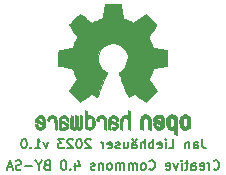
<source format=gbr>
%TF.GenerationSoftware,KiCad,Pcbnew,6.0.2+dfsg-1*%
%TF.CreationDate,2023-03-08T14:33:38+01:00*%
%TF.ProjectId,bunny,62756e6e-792e-46b6-9963-61645f706362,rev?*%
%TF.SameCoordinates,Original*%
%TF.FileFunction,Legend,Bot*%
%TF.FilePolarity,Positive*%
%FSLAX46Y46*%
G04 Gerber Fmt 4.6, Leading zero omitted, Abs format (unit mm)*
G04 Created by KiCad (PCBNEW 6.0.2+dfsg-1) date 2023-03-08 14:33:38*
%MOMM*%
%LPD*%
G01*
G04 APERTURE LIST*
%ADD10C,0.200000*%
%ADD11C,0.010000*%
G04 APERTURE END LIST*
D10*
X154976190Y-90185714D02*
X155014285Y-90223809D01*
X155128571Y-90261904D01*
X155204761Y-90261904D01*
X155319047Y-90223809D01*
X155395238Y-90147619D01*
X155433333Y-90071428D01*
X155471428Y-89919047D01*
X155471428Y-89804761D01*
X155433333Y-89652380D01*
X155395238Y-89576190D01*
X155319047Y-89500000D01*
X155204761Y-89461904D01*
X155128571Y-89461904D01*
X155014285Y-89500000D01*
X154976190Y-89538095D01*
X154633333Y-90261904D02*
X154633333Y-89728571D01*
X154633333Y-89880952D02*
X154595238Y-89804761D01*
X154557142Y-89766666D01*
X154480952Y-89728571D01*
X154404761Y-89728571D01*
X153833333Y-90223809D02*
X153909523Y-90261904D01*
X154061904Y-90261904D01*
X154138095Y-90223809D01*
X154176190Y-90147619D01*
X154176190Y-89842857D01*
X154138095Y-89766666D01*
X154061904Y-89728571D01*
X153909523Y-89728571D01*
X153833333Y-89766666D01*
X153795238Y-89842857D01*
X153795238Y-89919047D01*
X154176190Y-89995238D01*
X153109523Y-90261904D02*
X153109523Y-89842857D01*
X153147619Y-89766666D01*
X153223809Y-89728571D01*
X153376190Y-89728571D01*
X153452380Y-89766666D01*
X153109523Y-90223809D02*
X153185714Y-90261904D01*
X153376190Y-90261904D01*
X153452380Y-90223809D01*
X153490476Y-90147619D01*
X153490476Y-90071428D01*
X153452380Y-89995238D01*
X153376190Y-89957142D01*
X153185714Y-89957142D01*
X153109523Y-89919047D01*
X152842857Y-89728571D02*
X152538095Y-89728571D01*
X152728571Y-89461904D02*
X152728571Y-90147619D01*
X152690476Y-90223809D01*
X152614285Y-90261904D01*
X152538095Y-90261904D01*
X152271428Y-90261904D02*
X152271428Y-89728571D01*
X152271428Y-89461904D02*
X152309523Y-89500000D01*
X152271428Y-89538095D01*
X152233333Y-89500000D01*
X152271428Y-89461904D01*
X152271428Y-89538095D01*
X151966666Y-89728571D02*
X151776190Y-90261904D01*
X151585714Y-89728571D01*
X150976190Y-90223809D02*
X151052380Y-90261904D01*
X151204761Y-90261904D01*
X151280952Y-90223809D01*
X151319047Y-90147619D01*
X151319047Y-89842857D01*
X151280952Y-89766666D01*
X151204761Y-89728571D01*
X151052380Y-89728571D01*
X150976190Y-89766666D01*
X150938095Y-89842857D01*
X150938095Y-89919047D01*
X151319047Y-89995238D01*
X149528571Y-90185714D02*
X149566666Y-90223809D01*
X149680952Y-90261904D01*
X149757142Y-90261904D01*
X149871428Y-90223809D01*
X149947619Y-90147619D01*
X149985714Y-90071428D01*
X150023809Y-89919047D01*
X150023809Y-89804761D01*
X149985714Y-89652380D01*
X149947619Y-89576190D01*
X149871428Y-89500000D01*
X149757142Y-89461904D01*
X149680952Y-89461904D01*
X149566666Y-89500000D01*
X149528571Y-89538095D01*
X149071428Y-90261904D02*
X149147619Y-90223809D01*
X149185714Y-90185714D01*
X149223809Y-90109523D01*
X149223809Y-89880952D01*
X149185714Y-89804761D01*
X149147619Y-89766666D01*
X149071428Y-89728571D01*
X148957142Y-89728571D01*
X148880952Y-89766666D01*
X148842857Y-89804761D01*
X148804761Y-89880952D01*
X148804761Y-90109523D01*
X148842857Y-90185714D01*
X148880952Y-90223809D01*
X148957142Y-90261904D01*
X149071428Y-90261904D01*
X148461904Y-90261904D02*
X148461904Y-89728571D01*
X148461904Y-89804761D02*
X148423809Y-89766666D01*
X148347619Y-89728571D01*
X148233333Y-89728571D01*
X148157142Y-89766666D01*
X148119047Y-89842857D01*
X148119047Y-90261904D01*
X148119047Y-89842857D02*
X148080952Y-89766666D01*
X148004761Y-89728571D01*
X147890476Y-89728571D01*
X147814285Y-89766666D01*
X147776190Y-89842857D01*
X147776190Y-90261904D01*
X147395238Y-90261904D02*
X147395238Y-89728571D01*
X147395238Y-89804761D02*
X147357142Y-89766666D01*
X147280952Y-89728571D01*
X147166666Y-89728571D01*
X147090476Y-89766666D01*
X147052380Y-89842857D01*
X147052380Y-90261904D01*
X147052380Y-89842857D02*
X147014285Y-89766666D01*
X146938095Y-89728571D01*
X146823809Y-89728571D01*
X146747619Y-89766666D01*
X146709523Y-89842857D01*
X146709523Y-90261904D01*
X146214285Y-90261904D02*
X146290476Y-90223809D01*
X146328571Y-90185714D01*
X146366666Y-90109523D01*
X146366666Y-89880952D01*
X146328571Y-89804761D01*
X146290476Y-89766666D01*
X146214285Y-89728571D01*
X146100000Y-89728571D01*
X146023809Y-89766666D01*
X145985714Y-89804761D01*
X145947619Y-89880952D01*
X145947619Y-90109523D01*
X145985714Y-90185714D01*
X146023809Y-90223809D01*
X146100000Y-90261904D01*
X146214285Y-90261904D01*
X145604761Y-89728571D02*
X145604761Y-90261904D01*
X145604761Y-89804761D02*
X145566666Y-89766666D01*
X145490476Y-89728571D01*
X145376190Y-89728571D01*
X145300000Y-89766666D01*
X145261904Y-89842857D01*
X145261904Y-90261904D01*
X144919047Y-90223809D02*
X144842857Y-90261904D01*
X144690476Y-90261904D01*
X144614285Y-90223809D01*
X144576190Y-90147619D01*
X144576190Y-90109523D01*
X144614285Y-90033333D01*
X144690476Y-89995238D01*
X144804761Y-89995238D01*
X144880952Y-89957142D01*
X144919047Y-89880952D01*
X144919047Y-89842857D01*
X144880952Y-89766666D01*
X144804761Y-89728571D01*
X144690476Y-89728571D01*
X144614285Y-89766666D01*
X143280952Y-89728571D02*
X143280952Y-90261904D01*
X143471428Y-89423809D02*
X143661904Y-89995238D01*
X143166666Y-89995238D01*
X142861904Y-90185714D02*
X142823809Y-90223809D01*
X142861904Y-90261904D01*
X142900000Y-90223809D01*
X142861904Y-90185714D01*
X142861904Y-90261904D01*
X142328571Y-89461904D02*
X142252380Y-89461904D01*
X142176190Y-89500000D01*
X142138095Y-89538095D01*
X142100000Y-89614285D01*
X142061904Y-89766666D01*
X142061904Y-89957142D01*
X142100000Y-90109523D01*
X142138095Y-90185714D01*
X142176190Y-90223809D01*
X142252380Y-90261904D01*
X142328571Y-90261904D01*
X142404761Y-90223809D01*
X142442857Y-90185714D01*
X142480952Y-90109523D01*
X142519047Y-89957142D01*
X142519047Y-89766666D01*
X142480952Y-89614285D01*
X142442857Y-89538095D01*
X142404761Y-89500000D01*
X142328571Y-89461904D01*
X140842857Y-89842857D02*
X140728571Y-89880952D01*
X140690476Y-89919047D01*
X140652380Y-89995238D01*
X140652380Y-90109523D01*
X140690476Y-90185714D01*
X140728571Y-90223809D01*
X140804761Y-90261904D01*
X141109523Y-90261904D01*
X141109523Y-89461904D01*
X140842857Y-89461904D01*
X140766666Y-89500000D01*
X140728571Y-89538095D01*
X140690476Y-89614285D01*
X140690476Y-89690476D01*
X140728571Y-89766666D01*
X140766666Y-89804761D01*
X140842857Y-89842857D01*
X141109523Y-89842857D01*
X140157142Y-89880952D02*
X140157142Y-90261904D01*
X140423809Y-89461904D02*
X140157142Y-89880952D01*
X139890476Y-89461904D01*
X139623809Y-89957142D02*
X139014285Y-89957142D01*
X138671428Y-90223809D02*
X138557142Y-90261904D01*
X138366666Y-90261904D01*
X138290476Y-90223809D01*
X138252380Y-90185714D01*
X138214285Y-90109523D01*
X138214285Y-90033333D01*
X138252380Y-89957142D01*
X138290476Y-89919047D01*
X138366666Y-89880952D01*
X138519047Y-89842857D01*
X138595238Y-89804761D01*
X138633333Y-89766666D01*
X138671428Y-89690476D01*
X138671428Y-89614285D01*
X138633333Y-89538095D01*
X138595238Y-89500000D01*
X138519047Y-89461904D01*
X138328571Y-89461904D01*
X138214285Y-89500000D01*
X137909523Y-90033333D02*
X137528571Y-90033333D01*
X137985714Y-90261904D02*
X137719047Y-89461904D01*
X137452380Y-90261904D01*
X154023809Y-87661904D02*
X154023809Y-88233333D01*
X154061904Y-88347619D01*
X154138095Y-88423809D01*
X154252380Y-88461904D01*
X154328571Y-88461904D01*
X153300000Y-88461904D02*
X153300000Y-88042857D01*
X153338095Y-87966666D01*
X153414285Y-87928571D01*
X153566666Y-87928571D01*
X153642857Y-87966666D01*
X153300000Y-88423809D02*
X153376190Y-88461904D01*
X153566666Y-88461904D01*
X153642857Y-88423809D01*
X153680952Y-88347619D01*
X153680952Y-88271428D01*
X153642857Y-88195238D01*
X153566666Y-88157142D01*
X153376190Y-88157142D01*
X153300000Y-88119047D01*
X152919047Y-87928571D02*
X152919047Y-88461904D01*
X152919047Y-88004761D02*
X152880952Y-87966666D01*
X152804761Y-87928571D01*
X152690476Y-87928571D01*
X152614285Y-87966666D01*
X152576190Y-88042857D01*
X152576190Y-88461904D01*
X151204761Y-88461904D02*
X151585714Y-88461904D01*
X151585714Y-87661904D01*
X150938095Y-88461904D02*
X150938095Y-87928571D01*
X150938095Y-87661904D02*
X150976190Y-87700000D01*
X150938095Y-87738095D01*
X150900000Y-87700000D01*
X150938095Y-87661904D01*
X150938095Y-87738095D01*
X150252380Y-88423809D02*
X150328571Y-88461904D01*
X150480952Y-88461904D01*
X150557142Y-88423809D01*
X150595238Y-88347619D01*
X150595238Y-88042857D01*
X150557142Y-87966666D01*
X150480952Y-87928571D01*
X150328571Y-87928571D01*
X150252380Y-87966666D01*
X150214285Y-88042857D01*
X150214285Y-88119047D01*
X150595238Y-88195238D01*
X149871428Y-88461904D02*
X149871428Y-87661904D01*
X149871428Y-87966666D02*
X149795238Y-87928571D01*
X149642857Y-87928571D01*
X149566666Y-87966666D01*
X149528571Y-88004761D01*
X149490476Y-88080952D01*
X149490476Y-88309523D01*
X149528571Y-88385714D01*
X149566666Y-88423809D01*
X149642857Y-88461904D01*
X149795238Y-88461904D01*
X149871428Y-88423809D01*
X149147619Y-88461904D02*
X149147619Y-87661904D01*
X148804761Y-88461904D02*
X148804761Y-88042857D01*
X148842857Y-87966666D01*
X148919047Y-87928571D01*
X149033333Y-87928571D01*
X149109523Y-87966666D01*
X149147619Y-88004761D01*
X148080952Y-88461904D02*
X148080952Y-88042857D01*
X148119047Y-87966666D01*
X148195238Y-87928571D01*
X148347619Y-87928571D01*
X148423809Y-87966666D01*
X148080952Y-88423809D02*
X148157142Y-88461904D01*
X148347619Y-88461904D01*
X148423809Y-88423809D01*
X148461904Y-88347619D01*
X148461904Y-88271428D01*
X148423809Y-88195238D01*
X148347619Y-88157142D01*
X148157142Y-88157142D01*
X148080952Y-88119047D01*
X148423809Y-87661904D02*
X148385714Y-87700000D01*
X148423809Y-87738095D01*
X148461904Y-87700000D01*
X148423809Y-87661904D01*
X148423809Y-87738095D01*
X148119047Y-87661904D02*
X148080952Y-87700000D01*
X148119047Y-87738095D01*
X148157142Y-87700000D01*
X148119047Y-87661904D01*
X148119047Y-87738095D01*
X147357142Y-87928571D02*
X147357142Y-88461904D01*
X147700000Y-87928571D02*
X147700000Y-88347619D01*
X147661904Y-88423809D01*
X147585714Y-88461904D01*
X147471428Y-88461904D01*
X147395238Y-88423809D01*
X147357142Y-88385714D01*
X147014285Y-88423809D02*
X146938095Y-88461904D01*
X146785714Y-88461904D01*
X146709523Y-88423809D01*
X146671428Y-88347619D01*
X146671428Y-88309523D01*
X146709523Y-88233333D01*
X146785714Y-88195238D01*
X146900000Y-88195238D01*
X146976190Y-88157142D01*
X147014285Y-88080952D01*
X147014285Y-88042857D01*
X146976190Y-87966666D01*
X146900000Y-87928571D01*
X146785714Y-87928571D01*
X146709523Y-87966666D01*
X146023809Y-88423809D02*
X146100000Y-88461904D01*
X146252380Y-88461904D01*
X146328571Y-88423809D01*
X146366666Y-88347619D01*
X146366666Y-88042857D01*
X146328571Y-87966666D01*
X146252380Y-87928571D01*
X146100000Y-87928571D01*
X146023809Y-87966666D01*
X145985714Y-88042857D01*
X145985714Y-88119047D01*
X146366666Y-88195238D01*
X145642857Y-88461904D02*
X145642857Y-87928571D01*
X145642857Y-88080952D02*
X145604761Y-88004761D01*
X145566666Y-87966666D01*
X145490476Y-87928571D01*
X145414285Y-87928571D01*
X144576190Y-87738095D02*
X144538095Y-87700000D01*
X144461904Y-87661904D01*
X144271428Y-87661904D01*
X144195238Y-87700000D01*
X144157142Y-87738095D01*
X144119047Y-87814285D01*
X144119047Y-87890476D01*
X144157142Y-88004761D01*
X144614285Y-88461904D01*
X144119047Y-88461904D01*
X143623809Y-87661904D02*
X143547619Y-87661904D01*
X143471428Y-87700000D01*
X143433333Y-87738095D01*
X143395238Y-87814285D01*
X143357142Y-87966666D01*
X143357142Y-88157142D01*
X143395238Y-88309523D01*
X143433333Y-88385714D01*
X143471428Y-88423809D01*
X143547619Y-88461904D01*
X143623809Y-88461904D01*
X143700000Y-88423809D01*
X143738095Y-88385714D01*
X143776190Y-88309523D01*
X143814285Y-88157142D01*
X143814285Y-87966666D01*
X143776190Y-87814285D01*
X143738095Y-87738095D01*
X143700000Y-87700000D01*
X143623809Y-87661904D01*
X143052380Y-87738095D02*
X143014285Y-87700000D01*
X142938095Y-87661904D01*
X142747619Y-87661904D01*
X142671428Y-87700000D01*
X142633333Y-87738095D01*
X142595238Y-87814285D01*
X142595238Y-87890476D01*
X142633333Y-88004761D01*
X143090476Y-88461904D01*
X142595238Y-88461904D01*
X142328571Y-87661904D02*
X141833333Y-87661904D01*
X142100000Y-87966666D01*
X141985714Y-87966666D01*
X141909523Y-88004761D01*
X141871428Y-88042857D01*
X141833333Y-88119047D01*
X141833333Y-88309523D01*
X141871428Y-88385714D01*
X141909523Y-88423809D01*
X141985714Y-88461904D01*
X142214285Y-88461904D01*
X142290476Y-88423809D01*
X142328571Y-88385714D01*
X140957142Y-87928571D02*
X140766666Y-88461904D01*
X140576190Y-87928571D01*
X139852380Y-88461904D02*
X140309523Y-88461904D01*
X140080952Y-88461904D02*
X140080952Y-87661904D01*
X140157142Y-87776190D01*
X140233333Y-87852380D01*
X140309523Y-87890476D01*
X139509523Y-88385714D02*
X139471428Y-88423809D01*
X139509523Y-88461904D01*
X139547619Y-88423809D01*
X139509523Y-88385714D01*
X139509523Y-88461904D01*
X138976190Y-87661904D02*
X138900000Y-87661904D01*
X138823809Y-87700000D01*
X138785714Y-87738095D01*
X138747619Y-87814285D01*
X138709523Y-87966666D01*
X138709523Y-88157142D01*
X138747619Y-88309523D01*
X138785714Y-88385714D01*
X138823809Y-88423809D01*
X138900000Y-88461904D01*
X138976190Y-88461904D01*
X139052380Y-88423809D01*
X139090476Y-88385714D01*
X139128571Y-88309523D01*
X139166666Y-88157142D01*
X139166666Y-87966666D01*
X139128571Y-87814285D01*
X139090476Y-87738095D01*
X139052380Y-87700000D01*
X138976190Y-87661904D01*
D11*
%TO.C,REF\u002A\u002A*%
X147705402Y-85473857D02*
X147696846Y-85593188D01*
X147696846Y-85593188D02*
X147687019Y-85663506D01*
X147687019Y-85663506D02*
X147673401Y-85694179D01*
X147673401Y-85694179D02*
X147653473Y-85694571D01*
X147653473Y-85694571D02*
X147647011Y-85690910D01*
X147647011Y-85690910D02*
X147561060Y-85664398D01*
X147561060Y-85664398D02*
X147449255Y-85665946D01*
X147449255Y-85665946D02*
X147335586Y-85693199D01*
X147335586Y-85693199D02*
X147264490Y-85728455D01*
X147264490Y-85728455D02*
X147191595Y-85784778D01*
X147191595Y-85784778D02*
X147138307Y-85848519D01*
X147138307Y-85848519D02*
X147101725Y-85929510D01*
X147101725Y-85929510D02*
X147078950Y-86037586D01*
X147078950Y-86037586D02*
X147067081Y-86182580D01*
X147067081Y-86182580D02*
X147063218Y-86374326D01*
X147063218Y-86374326D02*
X147063149Y-86411109D01*
X147063149Y-86411109D02*
X147063103Y-86824288D01*
X147063103Y-86824288D02*
X147155046Y-86856339D01*
X147155046Y-86856339D02*
X147220348Y-86878144D01*
X147220348Y-86878144D02*
X147256176Y-86888297D01*
X147256176Y-86888297D02*
X147257230Y-86888391D01*
X147257230Y-86888391D02*
X147260758Y-86860860D01*
X147260758Y-86860860D02*
X147263761Y-86784923D01*
X147263761Y-86784923D02*
X147266010Y-86670565D01*
X147266010Y-86670565D02*
X147267276Y-86527769D01*
X147267276Y-86527769D02*
X147267471Y-86440951D01*
X147267471Y-86440951D02*
X147267877Y-86269773D01*
X147267877Y-86269773D02*
X147269968Y-86147088D01*
X147269968Y-86147088D02*
X147275053Y-86063000D01*
X147275053Y-86063000D02*
X147284440Y-86007614D01*
X147284440Y-86007614D02*
X147299439Y-85971032D01*
X147299439Y-85971032D02*
X147321358Y-85943359D01*
X147321358Y-85943359D02*
X147335043Y-85930032D01*
X147335043Y-85930032D02*
X147429051Y-85876328D01*
X147429051Y-85876328D02*
X147531636Y-85872307D01*
X147531636Y-85872307D02*
X147624710Y-85917725D01*
X147624710Y-85917725D02*
X147641922Y-85934123D01*
X147641922Y-85934123D02*
X147667168Y-85964957D01*
X147667168Y-85964957D02*
X147684680Y-86001531D01*
X147684680Y-86001531D02*
X147695858Y-86054415D01*
X147695858Y-86054415D02*
X147702104Y-86134177D01*
X147702104Y-86134177D02*
X147704818Y-86251385D01*
X147704818Y-86251385D02*
X147705402Y-86412991D01*
X147705402Y-86412991D02*
X147705402Y-86824288D01*
X147705402Y-86824288D02*
X147797345Y-86856339D01*
X147797345Y-86856339D02*
X147862647Y-86878144D01*
X147862647Y-86878144D02*
X147898475Y-86888297D01*
X147898475Y-86888297D02*
X147899529Y-86888391D01*
X147899529Y-86888391D02*
X147902225Y-86860448D01*
X147902225Y-86860448D02*
X147904655Y-86781630D01*
X147904655Y-86781630D02*
X147906722Y-86659453D01*
X147906722Y-86659453D02*
X147908329Y-86501432D01*
X147908329Y-86501432D02*
X147909377Y-86315083D01*
X147909377Y-86315083D02*
X147909769Y-86107920D01*
X147909769Y-86107920D02*
X147909770Y-86098706D01*
X147909770Y-86098706D02*
X147909770Y-85309020D01*
X147909770Y-85309020D02*
X147814885Y-85268997D01*
X147814885Y-85268997D02*
X147720000Y-85228973D01*
X147720000Y-85228973D02*
X147705402Y-85473857D01*
X147705402Y-85473857D02*
X147705402Y-85473857D01*
G36*
X147814885Y-85268997D02*
G01*
X147909770Y-85309020D01*
X147909770Y-86098706D01*
X147909769Y-86107920D01*
X147909377Y-86315083D01*
X147908329Y-86501432D01*
X147906722Y-86659453D01*
X147904655Y-86781630D01*
X147902225Y-86860448D01*
X147899529Y-86888391D01*
X147898475Y-86888297D01*
X147862647Y-86878144D01*
X147797345Y-86856339D01*
X147705402Y-86824288D01*
X147705402Y-86412991D01*
X147704818Y-86251385D01*
X147702104Y-86134177D01*
X147695858Y-86054415D01*
X147684680Y-86001531D01*
X147667168Y-85964957D01*
X147641922Y-85934123D01*
X147624710Y-85917725D01*
X147531636Y-85872307D01*
X147429051Y-85876328D01*
X147335043Y-85930032D01*
X147321358Y-85943359D01*
X147299439Y-85971032D01*
X147284440Y-86007614D01*
X147275053Y-86063000D01*
X147269968Y-86147088D01*
X147267877Y-86269773D01*
X147267471Y-86440951D01*
X147267276Y-86527769D01*
X147266010Y-86670565D01*
X147263761Y-86784923D01*
X147260758Y-86860860D01*
X147257230Y-86888391D01*
X147256176Y-86888297D01*
X147220348Y-86878144D01*
X147155046Y-86856339D01*
X147063103Y-86824288D01*
X147063149Y-86411109D01*
X147063218Y-86374326D01*
X147067081Y-86182580D01*
X147078950Y-86037586D01*
X147101725Y-85929510D01*
X147138307Y-85848519D01*
X147191595Y-85784778D01*
X147264490Y-85728455D01*
X147335586Y-85693199D01*
X147449255Y-85665946D01*
X147561060Y-85664398D01*
X147647011Y-85690910D01*
X147653473Y-85694571D01*
X147673401Y-85694179D01*
X147687019Y-85663506D01*
X147696846Y-85593188D01*
X147705402Y-85473857D01*
X147720000Y-85228973D01*
X147814885Y-85268997D01*
G37*
X147814885Y-85268997D02*
X147909770Y-85309020D01*
X147909770Y-86098706D01*
X147909769Y-86107920D01*
X147909377Y-86315083D01*
X147908329Y-86501432D01*
X147906722Y-86659453D01*
X147904655Y-86781630D01*
X147902225Y-86860448D01*
X147899529Y-86888391D01*
X147898475Y-86888297D01*
X147862647Y-86878144D01*
X147797345Y-86856339D01*
X147705402Y-86824288D01*
X147705402Y-86412991D01*
X147704818Y-86251385D01*
X147702104Y-86134177D01*
X147695858Y-86054415D01*
X147684680Y-86001531D01*
X147667168Y-85964957D01*
X147641922Y-85934123D01*
X147624710Y-85917725D01*
X147531636Y-85872307D01*
X147429051Y-85876328D01*
X147335043Y-85930032D01*
X147321358Y-85943359D01*
X147299439Y-85971032D01*
X147284440Y-86007614D01*
X147275053Y-86063000D01*
X147269968Y-86147088D01*
X147267877Y-86269773D01*
X147267471Y-86440951D01*
X147267276Y-86527769D01*
X147266010Y-86670565D01*
X147263761Y-86784923D01*
X147260758Y-86860860D01*
X147257230Y-86888391D01*
X147256176Y-86888297D01*
X147220348Y-86878144D01*
X147155046Y-86856339D01*
X147063103Y-86824288D01*
X147063149Y-86411109D01*
X147063218Y-86374326D01*
X147067081Y-86182580D01*
X147078950Y-86037586D01*
X147101725Y-85929510D01*
X147138307Y-85848519D01*
X147191595Y-85784778D01*
X147264490Y-85728455D01*
X147335586Y-85693199D01*
X147449255Y-85665946D01*
X147561060Y-85664398D01*
X147647011Y-85690910D01*
X147653473Y-85694571D01*
X147673401Y-85694179D01*
X147687019Y-85663506D01*
X147696846Y-85593188D01*
X147705402Y-85473857D01*
X147720000Y-85228973D01*
X147814885Y-85268997D01*
X142869876Y-85689840D02*
X142865421Y-85766653D01*
X142865421Y-85766653D02*
X142861929Y-85883391D01*
X142861929Y-85883391D02*
X142859685Y-86030821D01*
X142859685Y-86030821D02*
X142858965Y-86185455D01*
X142858965Y-86185455D02*
X142858965Y-86708727D01*
X142858965Y-86708727D02*
X142951355Y-86801117D01*
X142951355Y-86801117D02*
X143015022Y-86858047D01*
X143015022Y-86858047D02*
X143070911Y-86881107D01*
X143070911Y-86881107D02*
X143147298Y-86879647D01*
X143147298Y-86879647D02*
X143177620Y-86875934D01*
X143177620Y-86875934D02*
X143272390Y-86865126D01*
X143272390Y-86865126D02*
X143350778Y-86858933D01*
X143350778Y-86858933D02*
X143369885Y-86858361D01*
X143369885Y-86858361D02*
X143434301Y-86862102D01*
X143434301Y-86862102D02*
X143526429Y-86871494D01*
X143526429Y-86871494D02*
X143562150Y-86875934D01*
X143562150Y-86875934D02*
X143649886Y-86882801D01*
X143649886Y-86882801D02*
X143708847Y-86867885D01*
X143708847Y-86867885D02*
X143767310Y-86821835D01*
X143767310Y-86821835D02*
X143788415Y-86801117D01*
X143788415Y-86801117D02*
X143880805Y-86708727D01*
X143880805Y-86708727D02*
X143880805Y-85729947D01*
X143880805Y-85729947D02*
X143806442Y-85696066D01*
X143806442Y-85696066D02*
X143742410Y-85670970D01*
X143742410Y-85670970D02*
X143704948Y-85662184D01*
X143704948Y-85662184D02*
X143695343Y-85689950D01*
X143695343Y-85689950D02*
X143686365Y-85767530D01*
X143686365Y-85767530D02*
X143678614Y-85886348D01*
X143678614Y-85886348D02*
X143672686Y-86037828D01*
X143672686Y-86037828D02*
X143669827Y-86165805D01*
X143669827Y-86165805D02*
X143661839Y-86669425D01*
X143661839Y-86669425D02*
X143592152Y-86679278D01*
X143592152Y-86679278D02*
X143528771Y-86672389D01*
X143528771Y-86672389D02*
X143497714Y-86650083D01*
X143497714Y-86650083D02*
X143489033Y-86608379D01*
X143489033Y-86608379D02*
X143481622Y-86519544D01*
X143481622Y-86519544D02*
X143476069Y-86394834D01*
X143476069Y-86394834D02*
X143472964Y-86245507D01*
X143472964Y-86245507D02*
X143472516Y-86168661D01*
X143472516Y-86168661D02*
X143472069Y-85726287D01*
X143472069Y-85726287D02*
X143380126Y-85694235D01*
X143380126Y-85694235D02*
X143315051Y-85672443D01*
X143315051Y-85672443D02*
X143279653Y-85662281D01*
X143279653Y-85662281D02*
X143278632Y-85662184D01*
X143278632Y-85662184D02*
X143275080Y-85689809D01*
X143275080Y-85689809D02*
X143271177Y-85766411D01*
X143271177Y-85766411D02*
X143267249Y-85882579D01*
X143267249Y-85882579D02*
X143263624Y-86028904D01*
X143263624Y-86028904D02*
X143261092Y-86165805D01*
X143261092Y-86165805D02*
X143253103Y-86669425D01*
X143253103Y-86669425D02*
X143077931Y-86669425D01*
X143077931Y-86669425D02*
X143069893Y-86209965D01*
X143069893Y-86209965D02*
X143061854Y-85750505D01*
X143061854Y-85750505D02*
X142976457Y-85706344D01*
X142976457Y-85706344D02*
X142913407Y-85676019D01*
X142913407Y-85676019D02*
X142876090Y-85662258D01*
X142876090Y-85662258D02*
X142875013Y-85662184D01*
X142875013Y-85662184D02*
X142869876Y-85689840D01*
X142869876Y-85689840D02*
X142869876Y-85689840D01*
G36*
X143742410Y-85670970D02*
G01*
X143806442Y-85696066D01*
X143880805Y-85729947D01*
X143880805Y-86708727D01*
X143788415Y-86801117D01*
X143767310Y-86821835D01*
X143708847Y-86867885D01*
X143649886Y-86882801D01*
X143562150Y-86875934D01*
X143526429Y-86871494D01*
X143434301Y-86862102D01*
X143369885Y-86858361D01*
X143350778Y-86858933D01*
X143272390Y-86865126D01*
X143177620Y-86875934D01*
X143147298Y-86879647D01*
X143070911Y-86881107D01*
X143015022Y-86858047D01*
X142951355Y-86801117D01*
X142858965Y-86708727D01*
X142858965Y-86185455D01*
X142859685Y-86030821D01*
X142861929Y-85883391D01*
X142865421Y-85766653D01*
X142869876Y-85689840D01*
X142875013Y-85662184D01*
X142876090Y-85662258D01*
X142913407Y-85676019D01*
X142976457Y-85706344D01*
X143061854Y-85750505D01*
X143069893Y-86209965D01*
X143077931Y-86669425D01*
X143253103Y-86669425D01*
X143261092Y-86165805D01*
X143263624Y-86028904D01*
X143267249Y-85882579D01*
X143271177Y-85766411D01*
X143275080Y-85689809D01*
X143278632Y-85662184D01*
X143279653Y-85662281D01*
X143315051Y-85672443D01*
X143380126Y-85694235D01*
X143472069Y-85726287D01*
X143472516Y-86168661D01*
X143472964Y-86245507D01*
X143476069Y-86394834D01*
X143481622Y-86519544D01*
X143489033Y-86608379D01*
X143497714Y-86650083D01*
X143528771Y-86672389D01*
X143592152Y-86679278D01*
X143661839Y-86669425D01*
X143669827Y-86165805D01*
X143672686Y-86037828D01*
X143678614Y-85886348D01*
X143686365Y-85767530D01*
X143695343Y-85689950D01*
X143704948Y-85662184D01*
X143742410Y-85670970D01*
G37*
X143742410Y-85670970D02*
X143806442Y-85696066D01*
X143880805Y-85729947D01*
X143880805Y-86708727D01*
X143788415Y-86801117D01*
X143767310Y-86821835D01*
X143708847Y-86867885D01*
X143649886Y-86882801D01*
X143562150Y-86875934D01*
X143526429Y-86871494D01*
X143434301Y-86862102D01*
X143369885Y-86858361D01*
X143350778Y-86858933D01*
X143272390Y-86865126D01*
X143177620Y-86875934D01*
X143147298Y-86879647D01*
X143070911Y-86881107D01*
X143015022Y-86858047D01*
X142951355Y-86801117D01*
X142858965Y-86708727D01*
X142858965Y-86185455D01*
X142859685Y-86030821D01*
X142861929Y-85883391D01*
X142865421Y-85766653D01*
X142869876Y-85689840D01*
X142875013Y-85662184D01*
X142876090Y-85662258D01*
X142913407Y-85676019D01*
X142976457Y-85706344D01*
X143061854Y-85750505D01*
X143069893Y-86209965D01*
X143077931Y-86669425D01*
X143253103Y-86669425D01*
X143261092Y-86165805D01*
X143263624Y-86028904D01*
X143267249Y-85882579D01*
X143271177Y-85766411D01*
X143275080Y-85689809D01*
X143278632Y-85662184D01*
X143279653Y-85662281D01*
X143315051Y-85672443D01*
X143380126Y-85694235D01*
X143472069Y-85726287D01*
X143472516Y-86168661D01*
X143472964Y-86245507D01*
X143476069Y-86394834D01*
X143481622Y-86519544D01*
X143489033Y-86608379D01*
X143497714Y-86650083D01*
X143528771Y-86672389D01*
X143592152Y-86679278D01*
X143661839Y-86669425D01*
X143669827Y-86165805D01*
X143672686Y-86037828D01*
X143678614Y-85886348D01*
X143686365Y-85767530D01*
X143695343Y-85689950D01*
X143704948Y-85662184D01*
X143742410Y-85670970D01*
X146240986Y-76202998D02*
X146082994Y-76203863D01*
X146082994Y-76203863D02*
X145968653Y-76206205D01*
X145968653Y-76206205D02*
X145890593Y-76210762D01*
X145890593Y-76210762D02*
X145841446Y-76218270D01*
X145841446Y-76218270D02*
X145813841Y-76229466D01*
X145813841Y-76229466D02*
X145800408Y-76245088D01*
X145800408Y-76245088D02*
X145793779Y-76265873D01*
X145793779Y-76265873D02*
X145793135Y-76268563D01*
X145793135Y-76268563D02*
X145783065Y-76317113D01*
X145783065Y-76317113D02*
X145764425Y-76412905D01*
X145764425Y-76412905D02*
X145739155Y-76545743D01*
X145739155Y-76545743D02*
X145709193Y-76705431D01*
X145709193Y-76705431D02*
X145676478Y-76881774D01*
X145676478Y-76881774D02*
X145675336Y-76887967D01*
X145675336Y-76887967D02*
X145642567Y-77060782D01*
X145642567Y-77060782D02*
X145611907Y-77213469D01*
X145611907Y-77213469D02*
X145585336Y-77336871D01*
X145585336Y-77336871D02*
X145564833Y-77421831D01*
X145564833Y-77421831D02*
X145552374Y-77459190D01*
X145552374Y-77459190D02*
X145551780Y-77459852D01*
X145551780Y-77459852D02*
X145515081Y-77478095D01*
X145515081Y-77478095D02*
X145439414Y-77508497D01*
X145439414Y-77508497D02*
X145341122Y-77544493D01*
X145341122Y-77544493D02*
X145340575Y-77544685D01*
X145340575Y-77544685D02*
X145216767Y-77591222D01*
X145216767Y-77591222D02*
X145070804Y-77650504D01*
X145070804Y-77650504D02*
X144933219Y-77710109D01*
X144933219Y-77710109D02*
X144926707Y-77713056D01*
X144926707Y-77713056D02*
X144702610Y-77814765D01*
X144702610Y-77814765D02*
X144206381Y-77475897D01*
X144206381Y-77475897D02*
X144054154Y-77372592D01*
X144054154Y-77372592D02*
X143916259Y-77280237D01*
X143916259Y-77280237D02*
X143800685Y-77204084D01*
X143800685Y-77204084D02*
X143715421Y-77149385D01*
X143715421Y-77149385D02*
X143668456Y-77121393D01*
X143668456Y-77121393D02*
X143663996Y-77119317D01*
X143663996Y-77119317D02*
X143629866Y-77128560D01*
X143629866Y-77128560D02*
X143566119Y-77173156D01*
X143566119Y-77173156D02*
X143470269Y-77255209D01*
X143470269Y-77255209D02*
X143339831Y-77376821D01*
X143339831Y-77376821D02*
X143206672Y-77506205D01*
X143206672Y-77506205D02*
X143078306Y-77633702D01*
X143078306Y-77633702D02*
X142963419Y-77750046D01*
X142963419Y-77750046D02*
X142868927Y-77848052D01*
X142868927Y-77848052D02*
X142801747Y-77920536D01*
X142801747Y-77920536D02*
X142768794Y-77960313D01*
X142768794Y-77960313D02*
X142767568Y-77962361D01*
X142767568Y-77962361D02*
X142763926Y-77989656D01*
X142763926Y-77989656D02*
X142777650Y-78034234D01*
X142777650Y-78034234D02*
X142812131Y-78102112D01*
X142812131Y-78102112D02*
X142870761Y-78199311D01*
X142870761Y-78199311D02*
X142956930Y-78331851D01*
X142956930Y-78331851D02*
X143071800Y-78502476D01*
X143071800Y-78502476D02*
X143173746Y-78652655D01*
X143173746Y-78652655D02*
X143264877Y-78787350D01*
X143264877Y-78787350D02*
X143339927Y-78898740D01*
X143339927Y-78898740D02*
X143393631Y-78979005D01*
X143393631Y-78979005D02*
X143420720Y-79020325D01*
X143420720Y-79020325D02*
X143422426Y-79023130D01*
X143422426Y-79023130D02*
X143419118Y-79062721D01*
X143419118Y-79062721D02*
X143394047Y-79139669D01*
X143394047Y-79139669D02*
X143352202Y-79239432D01*
X143352202Y-79239432D02*
X143337288Y-79271291D01*
X143337288Y-79271291D02*
X143272214Y-79413226D01*
X143272214Y-79413226D02*
X143202788Y-79574273D01*
X143202788Y-79574273D02*
X143146391Y-79713621D01*
X143146391Y-79713621D02*
X143105753Y-79817044D01*
X143105753Y-79817044D02*
X143073474Y-79895642D01*
X143073474Y-79895642D02*
X143054822Y-79936720D01*
X143054822Y-79936720D02*
X143052503Y-79939885D01*
X143052503Y-79939885D02*
X143018197Y-79945128D01*
X143018197Y-79945128D02*
X142937331Y-79959494D01*
X142937331Y-79959494D02*
X142820657Y-79980937D01*
X142820657Y-79980937D02*
X142678925Y-80007413D01*
X142678925Y-80007413D02*
X142522890Y-80036877D01*
X142522890Y-80036877D02*
X142363302Y-80067283D01*
X142363302Y-80067283D02*
X142210915Y-80096588D01*
X142210915Y-80096588D02*
X142076479Y-80122745D01*
X142076479Y-80122745D02*
X141970748Y-80143710D01*
X141970748Y-80143710D02*
X141904474Y-80157439D01*
X141904474Y-80157439D02*
X141888218Y-80161320D01*
X141888218Y-80161320D02*
X141871427Y-80170900D01*
X141871427Y-80170900D02*
X141858751Y-80192536D01*
X141858751Y-80192536D02*
X141849622Y-80233531D01*
X141849622Y-80233531D02*
X141843469Y-80301189D01*
X141843469Y-80301189D02*
X141839720Y-80402812D01*
X141839720Y-80402812D02*
X141837808Y-80545703D01*
X141837808Y-80545703D02*
X141837160Y-80737165D01*
X141837160Y-80737165D02*
X141837126Y-80815645D01*
X141837126Y-80815645D02*
X141837126Y-81453906D01*
X141837126Y-81453906D02*
X141990402Y-81484160D01*
X141990402Y-81484160D02*
X142075678Y-81500564D01*
X142075678Y-81500564D02*
X142202930Y-81524509D01*
X142202930Y-81524509D02*
X142356685Y-81553107D01*
X142356685Y-81553107D02*
X142521466Y-81583467D01*
X142521466Y-81583467D02*
X142567011Y-81591806D01*
X142567011Y-81591806D02*
X142719068Y-81621370D01*
X142719068Y-81621370D02*
X142851532Y-81650442D01*
X142851532Y-81650442D02*
X142953286Y-81676329D01*
X142953286Y-81676329D02*
X143013212Y-81696337D01*
X143013212Y-81696337D02*
X143023195Y-81702301D01*
X143023195Y-81702301D02*
X143047707Y-81744534D01*
X143047707Y-81744534D02*
X143082852Y-81826370D01*
X143082852Y-81826370D02*
X143121827Y-81931683D01*
X143121827Y-81931683D02*
X143129558Y-81954368D01*
X143129558Y-81954368D02*
X143180640Y-82095018D01*
X143180640Y-82095018D02*
X143244046Y-82253714D01*
X143244046Y-82253714D02*
X143306096Y-82396225D01*
X143306096Y-82396225D02*
X143306402Y-82396886D01*
X143306402Y-82396886D02*
X143409733Y-82620440D01*
X143409733Y-82620440D02*
X142730039Y-83620232D01*
X142730039Y-83620232D02*
X143166379Y-84057300D01*
X143166379Y-84057300D02*
X143298351Y-84187381D01*
X143298351Y-84187381D02*
X143418721Y-84302048D01*
X143418721Y-84302048D02*
X143520727Y-84395181D01*
X143520727Y-84395181D02*
X143597609Y-84460658D01*
X143597609Y-84460658D02*
X143642607Y-84492357D01*
X143642607Y-84492357D02*
X143649062Y-84494368D01*
X143649062Y-84494368D02*
X143686960Y-84478529D01*
X143686960Y-84478529D02*
X143764292Y-84434496D01*
X143764292Y-84434496D02*
X143872611Y-84367490D01*
X143872611Y-84367490D02*
X144003468Y-84282734D01*
X144003468Y-84282734D02*
X144144948Y-84187816D01*
X144144948Y-84187816D02*
X144288539Y-84090998D01*
X144288539Y-84090998D02*
X144416565Y-84006751D01*
X144416565Y-84006751D02*
X144520895Y-83940258D01*
X144520895Y-83940258D02*
X144593400Y-83896702D01*
X144593400Y-83896702D02*
X144625842Y-83881264D01*
X144625842Y-83881264D02*
X144665424Y-83894328D01*
X144665424Y-83894328D02*
X144740481Y-83928750D01*
X144740481Y-83928750D02*
X144835532Y-83977380D01*
X144835532Y-83977380D02*
X144845608Y-83982785D01*
X144845608Y-83982785D02*
X144973609Y-84046980D01*
X144973609Y-84046980D02*
X145061382Y-84078463D01*
X145061382Y-84078463D02*
X145115972Y-84078798D01*
X145115972Y-84078798D02*
X145144425Y-84049548D01*
X145144425Y-84049548D02*
X145144590Y-84049138D01*
X145144590Y-84049138D02*
X145158812Y-84014498D01*
X145158812Y-84014498D02*
X145192731Y-83932269D01*
X145192731Y-83932269D02*
X145243716Y-83808814D01*
X145243716Y-83808814D02*
X145309138Y-83650498D01*
X145309138Y-83650498D02*
X145386366Y-83463686D01*
X145386366Y-83463686D02*
X145472771Y-83254742D01*
X145472771Y-83254742D02*
X145556449Y-83052446D01*
X145556449Y-83052446D02*
X145648412Y-82829200D01*
X145648412Y-82829200D02*
X145732850Y-82622392D01*
X145732850Y-82622392D02*
X145807231Y-82438362D01*
X145807231Y-82438362D02*
X145869026Y-82283451D01*
X145869026Y-82283451D02*
X145915703Y-82163996D01*
X145915703Y-82163996D02*
X145944732Y-82086339D01*
X145944732Y-82086339D02*
X145953678Y-82057356D01*
X145953678Y-82057356D02*
X145931244Y-82024110D01*
X145931244Y-82024110D02*
X145872561Y-81971123D01*
X145872561Y-81971123D02*
X145794311Y-81912704D01*
X145794311Y-81912704D02*
X145571466Y-81727952D01*
X145571466Y-81727952D02*
X145397282Y-81516182D01*
X145397282Y-81516182D02*
X145273846Y-81281856D01*
X145273846Y-81281856D02*
X145203246Y-81029434D01*
X145203246Y-81029434D02*
X145187569Y-80763377D01*
X145187569Y-80763377D02*
X145198964Y-80640575D01*
X145198964Y-80640575D02*
X145261050Y-80385793D01*
X145261050Y-80385793D02*
X145367977Y-80160801D01*
X145367977Y-80160801D02*
X145513111Y-79967817D01*
X145513111Y-79967817D02*
X145689822Y-79809061D01*
X145689822Y-79809061D02*
X145891478Y-79686750D01*
X145891478Y-79686750D02*
X146111446Y-79603105D01*
X146111446Y-79603105D02*
X146343094Y-79560344D01*
X146343094Y-79560344D02*
X146579791Y-79560687D01*
X146579791Y-79560687D02*
X146814905Y-79606352D01*
X146814905Y-79606352D02*
X147041804Y-79699559D01*
X147041804Y-79699559D02*
X147253856Y-79842527D01*
X147253856Y-79842527D02*
X147342364Y-79923383D01*
X147342364Y-79923383D02*
X147512111Y-80131007D01*
X147512111Y-80131007D02*
X147630301Y-80357895D01*
X147630301Y-80357895D02*
X147697722Y-80597433D01*
X147697722Y-80597433D02*
X147715160Y-80843007D01*
X147715160Y-80843007D02*
X147683402Y-81088003D01*
X147683402Y-81088003D02*
X147603235Y-81325808D01*
X147603235Y-81325808D02*
X147475445Y-81549807D01*
X147475445Y-81549807D02*
X147300820Y-81753387D01*
X147300820Y-81753387D02*
X147105688Y-81912704D01*
X147105688Y-81912704D02*
X147024409Y-81973602D01*
X147024409Y-81973602D02*
X146966991Y-82026015D01*
X146966991Y-82026015D02*
X146946322Y-82057406D01*
X146946322Y-82057406D02*
X146957144Y-82091639D01*
X146957144Y-82091639D02*
X146987923Y-82173419D01*
X146987923Y-82173419D02*
X147036126Y-82296407D01*
X147036126Y-82296407D02*
X147099222Y-82454263D01*
X147099222Y-82454263D02*
X147174678Y-82640649D01*
X147174678Y-82640649D02*
X147259962Y-82849226D01*
X147259962Y-82849226D02*
X147343781Y-83052496D01*
X147343781Y-83052496D02*
X147436255Y-83275933D01*
X147436255Y-83275933D02*
X147521911Y-83482984D01*
X147521911Y-83482984D02*
X147598118Y-83667286D01*
X147598118Y-83667286D02*
X147662247Y-83822475D01*
X147662247Y-83822475D02*
X147711668Y-83942188D01*
X147711668Y-83942188D02*
X147743752Y-84020061D01*
X147743752Y-84020061D02*
X147755641Y-84049138D01*
X147755641Y-84049138D02*
X147783726Y-84078677D01*
X147783726Y-84078677D02*
X147838051Y-84078591D01*
X147838051Y-84078591D02*
X147925605Y-84047326D01*
X147925605Y-84047326D02*
X148053381Y-83983329D01*
X148053381Y-83983329D02*
X148054392Y-83982785D01*
X148054392Y-83982785D02*
X148150598Y-83933121D01*
X148150598Y-83933121D02*
X148228369Y-83896945D01*
X148228369Y-83896945D02*
X148272223Y-83881408D01*
X148272223Y-83881408D02*
X148274158Y-83881264D01*
X148274158Y-83881264D02*
X148307171Y-83897024D01*
X148307171Y-83897024D02*
X148380054Y-83940850D01*
X148380054Y-83940850D02*
X148484678Y-84007557D01*
X148484678Y-84007557D02*
X148612910Y-84091964D01*
X148612910Y-84091964D02*
X148755052Y-84187816D01*
X148755052Y-84187816D02*
X148899767Y-84284867D01*
X148899767Y-84284867D02*
X149030196Y-84369270D01*
X149030196Y-84369270D02*
X149137890Y-84435801D01*
X149137890Y-84435801D02*
X149214402Y-84479238D01*
X149214402Y-84479238D02*
X149250938Y-84494368D01*
X149250938Y-84494368D02*
X149284582Y-84474482D01*
X149284582Y-84474482D02*
X149352224Y-84418903D01*
X149352224Y-84418903D02*
X149447107Y-84333754D01*
X149447107Y-84333754D02*
X149562470Y-84225153D01*
X149562470Y-84225153D02*
X149691555Y-84099221D01*
X149691555Y-84099221D02*
X149733771Y-84057149D01*
X149733771Y-84057149D02*
X150170261Y-83619931D01*
X150170261Y-83619931D02*
X149838023Y-83132340D01*
X149838023Y-83132340D02*
X149737054Y-82982605D01*
X149737054Y-82982605D02*
X149648438Y-82848220D01*
X149648438Y-82848220D02*
X149577146Y-82736969D01*
X149577146Y-82736969D02*
X149528150Y-82656639D01*
X149528150Y-82656639D02*
X149506422Y-82615014D01*
X149506422Y-82615014D02*
X149505785Y-82612053D01*
X149505785Y-82612053D02*
X149517240Y-82572818D01*
X149517240Y-82572818D02*
X149548051Y-82493895D01*
X149548051Y-82493895D02*
X149592884Y-82388509D01*
X149592884Y-82388509D02*
X149624353Y-82317954D01*
X149624353Y-82317954D02*
X149683192Y-82182876D01*
X149683192Y-82182876D02*
X149738604Y-82046409D01*
X149738604Y-82046409D02*
X149781564Y-81931103D01*
X149781564Y-81931103D02*
X149793234Y-81895977D01*
X149793234Y-81895977D02*
X149826389Y-81802174D01*
X149826389Y-81802174D02*
X149858799Y-81729694D01*
X149858799Y-81729694D02*
X149876601Y-81702301D01*
X149876601Y-81702301D02*
X149915886Y-81685536D01*
X149915886Y-81685536D02*
X150001626Y-81661770D01*
X150001626Y-81661770D02*
X150122697Y-81633697D01*
X150122697Y-81633697D02*
X150267973Y-81604009D01*
X150267973Y-81604009D02*
X150332988Y-81591806D01*
X150332988Y-81591806D02*
X150498087Y-81561468D01*
X150498087Y-81561468D02*
X150656448Y-81532093D01*
X150656448Y-81532093D02*
X150792596Y-81506569D01*
X150792596Y-81506569D02*
X150891057Y-81487785D01*
X150891057Y-81487785D02*
X150909598Y-81484160D01*
X150909598Y-81484160D02*
X151062873Y-81453906D01*
X151062873Y-81453906D02*
X151062873Y-80815645D01*
X151062873Y-80815645D02*
X151062529Y-80605770D01*
X151062529Y-80605770D02*
X151061116Y-80446980D01*
X151061116Y-80446980D02*
X151058064Y-80331973D01*
X151058064Y-80331973D02*
X151052803Y-80253446D01*
X151052803Y-80253446D02*
X151044763Y-80204096D01*
X151044763Y-80204096D02*
X151033373Y-80176619D01*
X151033373Y-80176619D02*
X151018063Y-80163713D01*
X151018063Y-80163713D02*
X151011782Y-80161320D01*
X151011782Y-80161320D02*
X150973896Y-80152833D01*
X150973896Y-80152833D02*
X150890195Y-80135900D01*
X150890195Y-80135900D02*
X150771433Y-80112566D01*
X150771433Y-80112566D02*
X150628361Y-80084875D01*
X150628361Y-80084875D02*
X150471732Y-80054873D01*
X150471732Y-80054873D02*
X150312297Y-80024604D01*
X150312297Y-80024604D02*
X150160809Y-79996115D01*
X150160809Y-79996115D02*
X150028019Y-79971449D01*
X150028019Y-79971449D02*
X149924681Y-79952651D01*
X149924681Y-79952651D02*
X149861545Y-79941767D01*
X149861545Y-79941767D02*
X149847497Y-79939885D01*
X149847497Y-79939885D02*
X149834770Y-79914704D01*
X149834770Y-79914704D02*
X149806600Y-79847622D01*
X149806600Y-79847622D02*
X149768252Y-79751333D01*
X149768252Y-79751333D02*
X149753609Y-79713621D01*
X149753609Y-79713621D02*
X149694548Y-79567921D01*
X149694548Y-79567921D02*
X149625000Y-79406951D01*
X149625000Y-79406951D02*
X149562712Y-79271291D01*
X149562712Y-79271291D02*
X149516879Y-79167561D01*
X149516879Y-79167561D02*
X149486387Y-79082326D01*
X149486387Y-79082326D02*
X149476208Y-79030126D01*
X149476208Y-79030126D02*
X149477831Y-79023130D01*
X149477831Y-79023130D02*
X149499343Y-78990102D01*
X149499343Y-78990102D02*
X149548465Y-78916643D01*
X149548465Y-78916643D02*
X149619923Y-78810577D01*
X149619923Y-78810577D02*
X149708445Y-78679726D01*
X149708445Y-78679726D02*
X149808759Y-78531912D01*
X149808759Y-78531912D02*
X149828594Y-78502734D01*
X149828594Y-78502734D02*
X149944988Y-78329863D01*
X149944988Y-78329863D02*
X150030548Y-78198226D01*
X150030548Y-78198226D02*
X150088684Y-78101761D01*
X150088684Y-78101761D02*
X150122808Y-78034408D01*
X150122808Y-78034408D02*
X150136331Y-77990106D01*
X150136331Y-77990106D02*
X150132664Y-77962794D01*
X150132664Y-77962794D02*
X150132570Y-77962620D01*
X150132570Y-77962620D02*
X150103707Y-77926746D01*
X150103707Y-77926746D02*
X150039867Y-77857391D01*
X150039867Y-77857391D02*
X149947969Y-77761745D01*
X149947969Y-77761745D02*
X149834933Y-77646999D01*
X149834933Y-77646999D02*
X149707679Y-77520341D01*
X149707679Y-77520341D02*
X149693328Y-77506205D01*
X149693328Y-77506205D02*
X149532957Y-77350903D01*
X149532957Y-77350903D02*
X149409195Y-77236870D01*
X149409195Y-77236870D02*
X149319555Y-77162002D01*
X149319555Y-77162002D02*
X149261552Y-77124196D01*
X149261552Y-77124196D02*
X149236004Y-77119317D01*
X149236004Y-77119317D02*
X149198718Y-77140603D01*
X149198718Y-77140603D02*
X149121343Y-77189773D01*
X149121343Y-77189773D02*
X149011867Y-77261575D01*
X149011867Y-77261575D02*
X148878280Y-77350755D01*
X148878280Y-77350755D02*
X148728570Y-77452063D01*
X148728570Y-77452063D02*
X148693618Y-77475897D01*
X148693618Y-77475897D02*
X148197390Y-77814765D01*
X148197390Y-77814765D02*
X147973293Y-77713056D01*
X147973293Y-77713056D02*
X147837011Y-77653783D01*
X147837011Y-77653783D02*
X147690724Y-77594170D01*
X147690724Y-77594170D02*
X147564965Y-77546640D01*
X147564965Y-77546640D02*
X147559425Y-77544685D01*
X147559425Y-77544685D02*
X147461057Y-77508677D01*
X147461057Y-77508677D02*
X147385229Y-77478229D01*
X147385229Y-77478229D02*
X147348282Y-77459905D01*
X147348282Y-77459905D02*
X147348220Y-77459852D01*
X147348220Y-77459852D02*
X147336496Y-77426729D01*
X147336496Y-77426729D02*
X147316568Y-77345267D01*
X147316568Y-77345267D02*
X147290413Y-77224625D01*
X147290413Y-77224625D02*
X147260010Y-77073959D01*
X147260010Y-77073959D02*
X147227337Y-76902428D01*
X147227337Y-76902428D02*
X147224664Y-76887967D01*
X147224664Y-76887967D02*
X147191890Y-76711235D01*
X147191890Y-76711235D02*
X147161802Y-76550810D01*
X147161802Y-76550810D02*
X147136339Y-76416888D01*
X147136339Y-76416888D02*
X147117441Y-76319663D01*
X147117441Y-76319663D02*
X147107047Y-76269332D01*
X147107047Y-76269332D02*
X147106865Y-76268563D01*
X147106865Y-76268563D02*
X147100539Y-76247153D01*
X147100539Y-76247153D02*
X147088239Y-76230988D01*
X147088239Y-76230988D02*
X147062594Y-76219331D01*
X147062594Y-76219331D02*
X147016235Y-76211445D01*
X147016235Y-76211445D02*
X146941792Y-76206593D01*
X146941792Y-76206593D02*
X146831895Y-76204039D01*
X146831895Y-76204039D02*
X146679175Y-76203045D01*
X146679175Y-76203045D02*
X146476262Y-76202874D01*
X146476262Y-76202874D02*
X146450000Y-76202874D01*
X146450000Y-76202874D02*
X146240986Y-76202998D01*
X146240986Y-76202998D02*
X146240986Y-76202998D01*
G36*
X146679175Y-76203045D02*
G01*
X146831895Y-76204039D01*
X146941792Y-76206593D01*
X147016235Y-76211445D01*
X147062594Y-76219331D01*
X147088239Y-76230988D01*
X147100539Y-76247153D01*
X147106865Y-76268563D01*
X147107047Y-76269332D01*
X147117441Y-76319663D01*
X147136339Y-76416888D01*
X147161802Y-76550810D01*
X147191890Y-76711235D01*
X147224664Y-76887967D01*
X147227337Y-76902428D01*
X147260010Y-77073959D01*
X147290413Y-77224625D01*
X147316568Y-77345267D01*
X147336496Y-77426729D01*
X147348220Y-77459852D01*
X147348282Y-77459905D01*
X147385229Y-77478229D01*
X147461057Y-77508677D01*
X147559425Y-77544685D01*
X147564965Y-77546640D01*
X147690724Y-77594170D01*
X147837011Y-77653783D01*
X147973293Y-77713056D01*
X148197390Y-77814765D01*
X148693618Y-77475897D01*
X148728570Y-77452063D01*
X148878280Y-77350755D01*
X149011867Y-77261575D01*
X149121343Y-77189773D01*
X149198718Y-77140603D01*
X149236004Y-77119317D01*
X149261552Y-77124196D01*
X149319555Y-77162002D01*
X149409195Y-77236870D01*
X149532957Y-77350903D01*
X149693328Y-77506205D01*
X149707679Y-77520341D01*
X149834933Y-77646999D01*
X149947969Y-77761745D01*
X150039867Y-77857391D01*
X150103707Y-77926746D01*
X150132570Y-77962620D01*
X150132664Y-77962794D01*
X150136331Y-77990106D01*
X150122808Y-78034408D01*
X150088684Y-78101761D01*
X150030548Y-78198226D01*
X149944988Y-78329863D01*
X149828594Y-78502734D01*
X149808759Y-78531912D01*
X149708445Y-78679726D01*
X149619923Y-78810577D01*
X149548465Y-78916643D01*
X149499343Y-78990102D01*
X149477831Y-79023130D01*
X149476208Y-79030126D01*
X149486387Y-79082326D01*
X149516879Y-79167561D01*
X149562712Y-79271291D01*
X149625000Y-79406951D01*
X149694548Y-79567921D01*
X149753609Y-79713621D01*
X149768252Y-79751333D01*
X149806600Y-79847622D01*
X149834770Y-79914704D01*
X149847497Y-79939885D01*
X149861545Y-79941767D01*
X149924681Y-79952651D01*
X150028019Y-79971449D01*
X150160809Y-79996115D01*
X150312297Y-80024604D01*
X150471732Y-80054873D01*
X150628361Y-80084875D01*
X150771433Y-80112566D01*
X150890195Y-80135900D01*
X150973896Y-80152833D01*
X151011782Y-80161320D01*
X151018063Y-80163713D01*
X151033373Y-80176619D01*
X151044763Y-80204096D01*
X151052803Y-80253446D01*
X151058064Y-80331973D01*
X151061116Y-80446980D01*
X151062529Y-80605770D01*
X151062873Y-80815645D01*
X151062873Y-81453906D01*
X150909598Y-81484160D01*
X150891057Y-81487785D01*
X150792596Y-81506569D01*
X150656448Y-81532093D01*
X150498087Y-81561468D01*
X150332988Y-81591806D01*
X150267973Y-81604009D01*
X150122697Y-81633697D01*
X150001626Y-81661770D01*
X149915886Y-81685536D01*
X149876601Y-81702301D01*
X149858799Y-81729694D01*
X149826389Y-81802174D01*
X149793234Y-81895977D01*
X149781564Y-81931103D01*
X149738604Y-82046409D01*
X149683192Y-82182876D01*
X149624353Y-82317954D01*
X149592884Y-82388509D01*
X149548051Y-82493895D01*
X149517240Y-82572818D01*
X149505785Y-82612053D01*
X149506422Y-82615014D01*
X149528150Y-82656639D01*
X149577146Y-82736969D01*
X149648438Y-82848220D01*
X149737054Y-82982605D01*
X149838023Y-83132340D01*
X150170261Y-83619931D01*
X149733771Y-84057149D01*
X149691555Y-84099221D01*
X149562470Y-84225153D01*
X149447107Y-84333754D01*
X149352224Y-84418903D01*
X149284582Y-84474482D01*
X149250938Y-84494368D01*
X149214402Y-84479238D01*
X149137890Y-84435801D01*
X149030196Y-84369270D01*
X148899767Y-84284867D01*
X148755052Y-84187816D01*
X148612910Y-84091964D01*
X148484678Y-84007557D01*
X148380054Y-83940850D01*
X148307171Y-83897024D01*
X148274158Y-83881264D01*
X148272223Y-83881408D01*
X148228369Y-83896945D01*
X148150598Y-83933121D01*
X148054392Y-83982785D01*
X148053381Y-83983329D01*
X147925605Y-84047326D01*
X147838051Y-84078591D01*
X147783726Y-84078677D01*
X147755641Y-84049138D01*
X147743752Y-84020061D01*
X147711668Y-83942188D01*
X147662247Y-83822475D01*
X147598118Y-83667286D01*
X147521911Y-83482984D01*
X147436255Y-83275933D01*
X147343781Y-83052496D01*
X147259962Y-82849226D01*
X147174678Y-82640649D01*
X147099222Y-82454263D01*
X147036126Y-82296407D01*
X146987923Y-82173419D01*
X146957144Y-82091639D01*
X146946322Y-82057406D01*
X146966991Y-82026015D01*
X147024409Y-81973602D01*
X147105688Y-81912704D01*
X147300820Y-81753387D01*
X147475445Y-81549807D01*
X147603235Y-81325808D01*
X147683402Y-81088003D01*
X147715160Y-80843007D01*
X147697722Y-80597433D01*
X147630301Y-80357895D01*
X147512111Y-80131007D01*
X147342364Y-79923383D01*
X147253856Y-79842527D01*
X147041804Y-79699559D01*
X146814905Y-79606352D01*
X146579791Y-79560687D01*
X146343094Y-79560344D01*
X146111446Y-79603105D01*
X145891478Y-79686750D01*
X145689822Y-79809061D01*
X145513111Y-79967817D01*
X145367977Y-80160801D01*
X145261050Y-80385793D01*
X145198964Y-80640575D01*
X145187569Y-80763377D01*
X145203246Y-81029434D01*
X145273846Y-81281856D01*
X145397282Y-81516182D01*
X145571466Y-81727952D01*
X145794311Y-81912704D01*
X145872561Y-81971123D01*
X145931244Y-82024110D01*
X145953678Y-82057356D01*
X145944732Y-82086339D01*
X145915703Y-82163996D01*
X145869026Y-82283451D01*
X145807231Y-82438362D01*
X145732850Y-82622392D01*
X145648412Y-82829200D01*
X145556449Y-83052446D01*
X145472771Y-83254742D01*
X145386366Y-83463686D01*
X145309138Y-83650498D01*
X145243716Y-83808814D01*
X145192731Y-83932269D01*
X145158812Y-84014498D01*
X145144590Y-84049138D01*
X145144425Y-84049548D01*
X145115972Y-84078798D01*
X145061382Y-84078463D01*
X144973609Y-84046980D01*
X144845608Y-83982785D01*
X144835532Y-83977380D01*
X144740481Y-83928750D01*
X144665424Y-83894328D01*
X144625842Y-83881264D01*
X144593400Y-83896702D01*
X144520895Y-83940258D01*
X144416565Y-84006751D01*
X144288539Y-84090998D01*
X144144948Y-84187816D01*
X144003468Y-84282734D01*
X143872611Y-84367490D01*
X143764292Y-84434496D01*
X143686960Y-84478529D01*
X143649062Y-84494368D01*
X143642607Y-84492357D01*
X143597609Y-84460658D01*
X143520727Y-84395181D01*
X143418721Y-84302048D01*
X143298351Y-84187381D01*
X143166379Y-84057300D01*
X142730039Y-83620232D01*
X143409733Y-82620440D01*
X143306402Y-82396886D01*
X143306096Y-82396225D01*
X143244046Y-82253714D01*
X143180640Y-82095018D01*
X143129558Y-81954368D01*
X143121827Y-81931683D01*
X143082852Y-81826370D01*
X143047707Y-81744534D01*
X143023195Y-81702301D01*
X143013212Y-81696337D01*
X142953286Y-81676329D01*
X142851532Y-81650442D01*
X142719068Y-81621370D01*
X142567011Y-81591806D01*
X142521466Y-81583467D01*
X142356685Y-81553107D01*
X142202930Y-81524509D01*
X142075678Y-81500564D01*
X141990402Y-81484160D01*
X141837126Y-81453906D01*
X141837126Y-80815645D01*
X141837160Y-80737165D01*
X141837808Y-80545703D01*
X141839720Y-80402812D01*
X141843469Y-80301189D01*
X141849622Y-80233531D01*
X141858751Y-80192536D01*
X141871427Y-80170900D01*
X141888218Y-80161320D01*
X141904474Y-80157439D01*
X141970748Y-80143710D01*
X142076479Y-80122745D01*
X142210915Y-80096588D01*
X142363302Y-80067283D01*
X142522890Y-80036877D01*
X142678925Y-80007413D01*
X142820657Y-79980937D01*
X142937331Y-79959494D01*
X143018197Y-79945128D01*
X143052503Y-79939885D01*
X143054822Y-79936720D01*
X143073474Y-79895642D01*
X143105753Y-79817044D01*
X143146391Y-79713621D01*
X143202788Y-79574273D01*
X143272214Y-79413226D01*
X143337288Y-79271291D01*
X143352202Y-79239432D01*
X143394047Y-79139669D01*
X143419118Y-79062721D01*
X143422426Y-79023130D01*
X143420720Y-79020325D01*
X143393631Y-78979005D01*
X143339927Y-78898740D01*
X143264877Y-78787350D01*
X143173746Y-78652655D01*
X143071800Y-78502476D01*
X142956930Y-78331851D01*
X142870761Y-78199311D01*
X142812131Y-78102112D01*
X142777650Y-78034234D01*
X142763926Y-77989656D01*
X142767568Y-77962361D01*
X142768794Y-77960313D01*
X142801747Y-77920536D01*
X142868927Y-77848052D01*
X142963419Y-77750046D01*
X143078306Y-77633702D01*
X143206672Y-77506205D01*
X143339831Y-77376821D01*
X143470269Y-77255209D01*
X143566119Y-77173156D01*
X143629866Y-77128560D01*
X143663996Y-77119317D01*
X143668456Y-77121393D01*
X143715421Y-77149385D01*
X143800685Y-77204084D01*
X143916259Y-77280237D01*
X144054154Y-77372592D01*
X144206381Y-77475897D01*
X144702610Y-77814765D01*
X144926707Y-77713056D01*
X144933219Y-77710109D01*
X145070804Y-77650504D01*
X145216767Y-77591222D01*
X145340575Y-77544685D01*
X145341122Y-77544493D01*
X145439414Y-77508497D01*
X145515081Y-77478095D01*
X145551780Y-77459852D01*
X145552374Y-77459190D01*
X145564833Y-77421831D01*
X145585336Y-77336871D01*
X145611907Y-77213469D01*
X145642567Y-77060782D01*
X145675336Y-76887967D01*
X145676478Y-76881774D01*
X145709193Y-76705431D01*
X145739155Y-76545743D01*
X145764425Y-76412905D01*
X145783065Y-76317113D01*
X145793135Y-76268563D01*
X145793779Y-76265873D01*
X145800408Y-76245088D01*
X145813841Y-76229466D01*
X145841446Y-76218270D01*
X145890593Y-76210762D01*
X145968653Y-76206205D01*
X146082994Y-76203863D01*
X146240986Y-76202998D01*
X146450000Y-76202874D01*
X146476262Y-76202874D01*
X146679175Y-76203045D01*
G37*
X146679175Y-76203045D02*
X146831895Y-76204039D01*
X146941792Y-76206593D01*
X147016235Y-76211445D01*
X147062594Y-76219331D01*
X147088239Y-76230988D01*
X147100539Y-76247153D01*
X147106865Y-76268563D01*
X147107047Y-76269332D01*
X147117441Y-76319663D01*
X147136339Y-76416888D01*
X147161802Y-76550810D01*
X147191890Y-76711235D01*
X147224664Y-76887967D01*
X147227337Y-76902428D01*
X147260010Y-77073959D01*
X147290413Y-77224625D01*
X147316568Y-77345267D01*
X147336496Y-77426729D01*
X147348220Y-77459852D01*
X147348282Y-77459905D01*
X147385229Y-77478229D01*
X147461057Y-77508677D01*
X147559425Y-77544685D01*
X147564965Y-77546640D01*
X147690724Y-77594170D01*
X147837011Y-77653783D01*
X147973293Y-77713056D01*
X148197390Y-77814765D01*
X148693618Y-77475897D01*
X148728570Y-77452063D01*
X148878280Y-77350755D01*
X149011867Y-77261575D01*
X149121343Y-77189773D01*
X149198718Y-77140603D01*
X149236004Y-77119317D01*
X149261552Y-77124196D01*
X149319555Y-77162002D01*
X149409195Y-77236870D01*
X149532957Y-77350903D01*
X149693328Y-77506205D01*
X149707679Y-77520341D01*
X149834933Y-77646999D01*
X149947969Y-77761745D01*
X150039867Y-77857391D01*
X150103707Y-77926746D01*
X150132570Y-77962620D01*
X150132664Y-77962794D01*
X150136331Y-77990106D01*
X150122808Y-78034408D01*
X150088684Y-78101761D01*
X150030548Y-78198226D01*
X149944988Y-78329863D01*
X149828594Y-78502734D01*
X149808759Y-78531912D01*
X149708445Y-78679726D01*
X149619923Y-78810577D01*
X149548465Y-78916643D01*
X149499343Y-78990102D01*
X149477831Y-79023130D01*
X149476208Y-79030126D01*
X149486387Y-79082326D01*
X149516879Y-79167561D01*
X149562712Y-79271291D01*
X149625000Y-79406951D01*
X149694548Y-79567921D01*
X149753609Y-79713621D01*
X149768252Y-79751333D01*
X149806600Y-79847622D01*
X149834770Y-79914704D01*
X149847497Y-79939885D01*
X149861545Y-79941767D01*
X149924681Y-79952651D01*
X150028019Y-79971449D01*
X150160809Y-79996115D01*
X150312297Y-80024604D01*
X150471732Y-80054873D01*
X150628361Y-80084875D01*
X150771433Y-80112566D01*
X150890195Y-80135900D01*
X150973896Y-80152833D01*
X151011782Y-80161320D01*
X151018063Y-80163713D01*
X151033373Y-80176619D01*
X151044763Y-80204096D01*
X151052803Y-80253446D01*
X151058064Y-80331973D01*
X151061116Y-80446980D01*
X151062529Y-80605770D01*
X151062873Y-80815645D01*
X151062873Y-81453906D01*
X150909598Y-81484160D01*
X150891057Y-81487785D01*
X150792596Y-81506569D01*
X150656448Y-81532093D01*
X150498087Y-81561468D01*
X150332988Y-81591806D01*
X150267973Y-81604009D01*
X150122697Y-81633697D01*
X150001626Y-81661770D01*
X149915886Y-81685536D01*
X149876601Y-81702301D01*
X149858799Y-81729694D01*
X149826389Y-81802174D01*
X149793234Y-81895977D01*
X149781564Y-81931103D01*
X149738604Y-82046409D01*
X149683192Y-82182876D01*
X149624353Y-82317954D01*
X149592884Y-82388509D01*
X149548051Y-82493895D01*
X149517240Y-82572818D01*
X149505785Y-82612053D01*
X149506422Y-82615014D01*
X149528150Y-82656639D01*
X149577146Y-82736969D01*
X149648438Y-82848220D01*
X149737054Y-82982605D01*
X149838023Y-83132340D01*
X150170261Y-83619931D01*
X149733771Y-84057149D01*
X149691555Y-84099221D01*
X149562470Y-84225153D01*
X149447107Y-84333754D01*
X149352224Y-84418903D01*
X149284582Y-84474482D01*
X149250938Y-84494368D01*
X149214402Y-84479238D01*
X149137890Y-84435801D01*
X149030196Y-84369270D01*
X148899767Y-84284867D01*
X148755052Y-84187816D01*
X148612910Y-84091964D01*
X148484678Y-84007557D01*
X148380054Y-83940850D01*
X148307171Y-83897024D01*
X148274158Y-83881264D01*
X148272223Y-83881408D01*
X148228369Y-83896945D01*
X148150598Y-83933121D01*
X148054392Y-83982785D01*
X148053381Y-83983329D01*
X147925605Y-84047326D01*
X147838051Y-84078591D01*
X147783726Y-84078677D01*
X147755641Y-84049138D01*
X147743752Y-84020061D01*
X147711668Y-83942188D01*
X147662247Y-83822475D01*
X147598118Y-83667286D01*
X147521911Y-83482984D01*
X147436255Y-83275933D01*
X147343781Y-83052496D01*
X147259962Y-82849226D01*
X147174678Y-82640649D01*
X147099222Y-82454263D01*
X147036126Y-82296407D01*
X146987923Y-82173419D01*
X146957144Y-82091639D01*
X146946322Y-82057406D01*
X146966991Y-82026015D01*
X147024409Y-81973602D01*
X147105688Y-81912704D01*
X147300820Y-81753387D01*
X147475445Y-81549807D01*
X147603235Y-81325808D01*
X147683402Y-81088003D01*
X147715160Y-80843007D01*
X147697722Y-80597433D01*
X147630301Y-80357895D01*
X147512111Y-80131007D01*
X147342364Y-79923383D01*
X147253856Y-79842527D01*
X147041804Y-79699559D01*
X146814905Y-79606352D01*
X146579791Y-79560687D01*
X146343094Y-79560344D01*
X146111446Y-79603105D01*
X145891478Y-79686750D01*
X145689822Y-79809061D01*
X145513111Y-79967817D01*
X145367977Y-80160801D01*
X145261050Y-80385793D01*
X145198964Y-80640575D01*
X145187569Y-80763377D01*
X145203246Y-81029434D01*
X145273846Y-81281856D01*
X145397282Y-81516182D01*
X145571466Y-81727952D01*
X145794311Y-81912704D01*
X145872561Y-81971123D01*
X145931244Y-82024110D01*
X145953678Y-82057356D01*
X145944732Y-82086339D01*
X145915703Y-82163996D01*
X145869026Y-82283451D01*
X145807231Y-82438362D01*
X145732850Y-82622392D01*
X145648412Y-82829200D01*
X145556449Y-83052446D01*
X145472771Y-83254742D01*
X145386366Y-83463686D01*
X145309138Y-83650498D01*
X145243716Y-83808814D01*
X145192731Y-83932269D01*
X145158812Y-84014498D01*
X145144590Y-84049138D01*
X145144425Y-84049548D01*
X145115972Y-84078798D01*
X145061382Y-84078463D01*
X144973609Y-84046980D01*
X144845608Y-83982785D01*
X144835532Y-83977380D01*
X144740481Y-83928750D01*
X144665424Y-83894328D01*
X144625842Y-83881264D01*
X144593400Y-83896702D01*
X144520895Y-83940258D01*
X144416565Y-84006751D01*
X144288539Y-84090998D01*
X144144948Y-84187816D01*
X144003468Y-84282734D01*
X143872611Y-84367490D01*
X143764292Y-84434496D01*
X143686960Y-84478529D01*
X143649062Y-84494368D01*
X143642607Y-84492357D01*
X143597609Y-84460658D01*
X143520727Y-84395181D01*
X143418721Y-84302048D01*
X143298351Y-84187381D01*
X143166379Y-84057300D01*
X142730039Y-83620232D01*
X143409733Y-82620440D01*
X143306402Y-82396886D01*
X143306096Y-82396225D01*
X143244046Y-82253714D01*
X143180640Y-82095018D01*
X143129558Y-81954368D01*
X143121827Y-81931683D01*
X143082852Y-81826370D01*
X143047707Y-81744534D01*
X143023195Y-81702301D01*
X143013212Y-81696337D01*
X142953286Y-81676329D01*
X142851532Y-81650442D01*
X142719068Y-81621370D01*
X142567011Y-81591806D01*
X142521466Y-81583467D01*
X142356685Y-81553107D01*
X142202930Y-81524509D01*
X142075678Y-81500564D01*
X141990402Y-81484160D01*
X141837126Y-81453906D01*
X141837126Y-80815645D01*
X141837160Y-80737165D01*
X141837808Y-80545703D01*
X141839720Y-80402812D01*
X141843469Y-80301189D01*
X141849622Y-80233531D01*
X141858751Y-80192536D01*
X141871427Y-80170900D01*
X141888218Y-80161320D01*
X141904474Y-80157439D01*
X141970748Y-80143710D01*
X142076479Y-80122745D01*
X142210915Y-80096588D01*
X142363302Y-80067283D01*
X142522890Y-80036877D01*
X142678925Y-80007413D01*
X142820657Y-79980937D01*
X142937331Y-79959494D01*
X143018197Y-79945128D01*
X143052503Y-79939885D01*
X143054822Y-79936720D01*
X143073474Y-79895642D01*
X143105753Y-79817044D01*
X143146391Y-79713621D01*
X143202788Y-79574273D01*
X143272214Y-79413226D01*
X143337288Y-79271291D01*
X143352202Y-79239432D01*
X143394047Y-79139669D01*
X143419118Y-79062721D01*
X143422426Y-79023130D01*
X143420720Y-79020325D01*
X143393631Y-78979005D01*
X143339927Y-78898740D01*
X143264877Y-78787350D01*
X143173746Y-78652655D01*
X143071800Y-78502476D01*
X142956930Y-78331851D01*
X142870761Y-78199311D01*
X142812131Y-78102112D01*
X142777650Y-78034234D01*
X142763926Y-77989656D01*
X142767568Y-77962361D01*
X142768794Y-77960313D01*
X142801747Y-77920536D01*
X142868927Y-77848052D01*
X142963419Y-77750046D01*
X143078306Y-77633702D01*
X143206672Y-77506205D01*
X143339831Y-77376821D01*
X143470269Y-77255209D01*
X143566119Y-77173156D01*
X143629866Y-77128560D01*
X143663996Y-77119317D01*
X143668456Y-77121393D01*
X143715421Y-77149385D01*
X143800685Y-77204084D01*
X143916259Y-77280237D01*
X144054154Y-77372592D01*
X144206381Y-77475897D01*
X144702610Y-77814765D01*
X144926707Y-77713056D01*
X144933219Y-77710109D01*
X145070804Y-77650504D01*
X145216767Y-77591222D01*
X145340575Y-77544685D01*
X145341122Y-77544493D01*
X145439414Y-77508497D01*
X145515081Y-77478095D01*
X145551780Y-77459852D01*
X145552374Y-77459190D01*
X145564833Y-77421831D01*
X145585336Y-77336871D01*
X145611907Y-77213469D01*
X145642567Y-77060782D01*
X145675336Y-76887967D01*
X145676478Y-76881774D01*
X145709193Y-76705431D01*
X145739155Y-76545743D01*
X145764425Y-76412905D01*
X145783065Y-76317113D01*
X145793135Y-76268563D01*
X145793779Y-76265873D01*
X145800408Y-76245088D01*
X145813841Y-76229466D01*
X145841446Y-76218270D01*
X145890593Y-76210762D01*
X145968653Y-76206205D01*
X146082994Y-76203863D01*
X146240986Y-76202998D01*
X146450000Y-76202874D01*
X146476262Y-76202874D01*
X146679175Y-76203045D01*
X151278100Y-85611903D02*
X151166550Y-85667522D01*
X151166550Y-85667522D02*
X151068092Y-85769931D01*
X151068092Y-85769931D02*
X151040977Y-85807864D01*
X151040977Y-85807864D02*
X151011438Y-85857500D01*
X151011438Y-85857500D02*
X150992272Y-85911412D01*
X150992272Y-85911412D02*
X150981307Y-85983364D01*
X150981307Y-85983364D02*
X150976371Y-86087122D01*
X150976371Y-86087122D02*
X150975287Y-86224101D01*
X150975287Y-86224101D02*
X150980182Y-86411815D01*
X150980182Y-86411815D02*
X150997196Y-86552758D01*
X150997196Y-86552758D02*
X151029823Y-86657908D01*
X151029823Y-86657908D02*
X151081558Y-86738243D01*
X151081558Y-86738243D02*
X151155896Y-86804741D01*
X151155896Y-86804741D02*
X151161358Y-86808678D01*
X151161358Y-86808678D02*
X151234620Y-86848953D01*
X151234620Y-86848953D02*
X151322840Y-86868880D01*
X151322840Y-86868880D02*
X151435038Y-86873793D01*
X151435038Y-86873793D02*
X151617433Y-86873793D01*
X151617433Y-86873793D02*
X151617509Y-87050857D01*
X151617509Y-87050857D02*
X151619207Y-87149470D01*
X151619207Y-87149470D02*
X151629550Y-87207314D01*
X151629550Y-87207314D02*
X151656578Y-87242006D01*
X151656578Y-87242006D02*
X151708332Y-87271164D01*
X151708332Y-87271164D02*
X151720761Y-87277121D01*
X151720761Y-87277121D02*
X151778923Y-87305039D01*
X151778923Y-87305039D02*
X151823956Y-87322672D01*
X151823956Y-87322672D02*
X151857441Y-87324194D01*
X151857441Y-87324194D02*
X151880962Y-87303781D01*
X151880962Y-87303781D02*
X151896100Y-87255607D01*
X151896100Y-87255607D02*
X151904437Y-87173846D01*
X151904437Y-87173846D02*
X151907556Y-87052672D01*
X151907556Y-87052672D02*
X151907040Y-86886260D01*
X151907040Y-86886260D02*
X151904471Y-86668785D01*
X151904471Y-86668785D02*
X151903668Y-86603736D01*
X151903668Y-86603736D02*
X151900778Y-86379502D01*
X151900778Y-86379502D02*
X151898188Y-86232821D01*
X151898188Y-86232821D02*
X151617586Y-86232821D01*
X151617586Y-86232821D02*
X151616009Y-86357326D01*
X151616009Y-86357326D02*
X151609000Y-86438787D01*
X151609000Y-86438787D02*
X151593142Y-86492515D01*
X151593142Y-86492515D02*
X151565019Y-86533823D01*
X151565019Y-86533823D02*
X151545925Y-86553971D01*
X151545925Y-86553971D02*
X151467865Y-86612921D01*
X151467865Y-86612921D02*
X151398753Y-86617720D01*
X151398753Y-86617720D02*
X151327440Y-86569038D01*
X151327440Y-86569038D02*
X151325632Y-86567241D01*
X151325632Y-86567241D02*
X151296617Y-86529618D01*
X151296617Y-86529618D02*
X151278967Y-86478484D01*
X151278967Y-86478484D02*
X151270064Y-86399738D01*
X151270064Y-86399738D02*
X151267291Y-86279276D01*
X151267291Y-86279276D02*
X151267241Y-86252588D01*
X151267241Y-86252588D02*
X151273942Y-86086583D01*
X151273942Y-86086583D02*
X151295752Y-85971505D01*
X151295752Y-85971505D02*
X151335235Y-85901254D01*
X151335235Y-85901254D02*
X151394956Y-85869729D01*
X151394956Y-85869729D02*
X151429472Y-85866552D01*
X151429472Y-85866552D02*
X151511389Y-85881460D01*
X151511389Y-85881460D02*
X151567579Y-85930548D01*
X151567579Y-85930548D02*
X151601402Y-86020362D01*
X151601402Y-86020362D02*
X151616220Y-86157445D01*
X151616220Y-86157445D02*
X151617586Y-86232821D01*
X151617586Y-86232821D02*
X151898188Y-86232821D01*
X151898188Y-86232821D02*
X151897713Y-86205952D01*
X151897713Y-86205952D02*
X151893753Y-86075382D01*
X151893753Y-86075382D02*
X151888174Y-85980087D01*
X151888174Y-85980087D02*
X151880254Y-85912364D01*
X151880254Y-85912364D02*
X151869269Y-85864507D01*
X151869269Y-85864507D02*
X151854499Y-85828813D01*
X151854499Y-85828813D02*
X151835218Y-85797578D01*
X151835218Y-85797578D02*
X151826951Y-85785824D01*
X151826951Y-85785824D02*
X151717288Y-85674797D01*
X151717288Y-85674797D02*
X151578635Y-85611847D01*
X151578635Y-85611847D02*
X151418246Y-85594297D01*
X151418246Y-85594297D02*
X151278100Y-85611903D01*
X151278100Y-85611903D02*
X151278100Y-85611903D01*
G36*
X151903668Y-86603736D02*
G01*
X151904471Y-86668785D01*
X151907040Y-86886260D01*
X151907556Y-87052672D01*
X151904437Y-87173846D01*
X151896100Y-87255607D01*
X151880962Y-87303781D01*
X151857441Y-87324194D01*
X151823956Y-87322672D01*
X151778923Y-87305039D01*
X151720761Y-87277121D01*
X151708332Y-87271164D01*
X151656578Y-87242006D01*
X151629550Y-87207314D01*
X151619207Y-87149470D01*
X151617509Y-87050857D01*
X151617433Y-86873793D01*
X151435038Y-86873793D01*
X151322840Y-86868880D01*
X151234620Y-86848953D01*
X151161358Y-86808678D01*
X151155896Y-86804741D01*
X151081558Y-86738243D01*
X151029823Y-86657908D01*
X150997196Y-86552758D01*
X150980182Y-86411815D01*
X150976030Y-86252588D01*
X151267241Y-86252588D01*
X151267291Y-86279276D01*
X151270064Y-86399738D01*
X151278967Y-86478484D01*
X151296617Y-86529618D01*
X151325632Y-86567241D01*
X151327440Y-86569038D01*
X151398753Y-86617720D01*
X151467865Y-86612921D01*
X151545925Y-86553971D01*
X151565019Y-86533823D01*
X151593142Y-86492515D01*
X151609000Y-86438787D01*
X151616009Y-86357326D01*
X151617586Y-86232821D01*
X151616220Y-86157445D01*
X151601402Y-86020362D01*
X151567579Y-85930548D01*
X151511389Y-85881460D01*
X151429472Y-85866552D01*
X151394956Y-85869729D01*
X151335235Y-85901254D01*
X151295752Y-85971505D01*
X151273942Y-86086583D01*
X151267241Y-86252588D01*
X150976030Y-86252588D01*
X150975287Y-86224101D01*
X150976371Y-86087122D01*
X150981307Y-85983364D01*
X150992272Y-85911412D01*
X151011438Y-85857500D01*
X151040977Y-85807864D01*
X151068092Y-85769931D01*
X151166550Y-85667522D01*
X151278100Y-85611903D01*
X151418246Y-85594297D01*
X151578635Y-85611847D01*
X151717288Y-85674797D01*
X151826951Y-85785824D01*
X151835218Y-85797578D01*
X151854499Y-85828813D01*
X151869269Y-85864507D01*
X151880254Y-85912364D01*
X151888174Y-85980087D01*
X151893753Y-86075382D01*
X151897713Y-86205952D01*
X151898188Y-86232821D01*
X151900778Y-86379502D01*
X151903668Y-86603736D01*
G37*
X151903668Y-86603736D02*
X151904471Y-86668785D01*
X151907040Y-86886260D01*
X151907556Y-87052672D01*
X151904437Y-87173846D01*
X151896100Y-87255607D01*
X151880962Y-87303781D01*
X151857441Y-87324194D01*
X151823956Y-87322672D01*
X151778923Y-87305039D01*
X151720761Y-87277121D01*
X151708332Y-87271164D01*
X151656578Y-87242006D01*
X151629550Y-87207314D01*
X151619207Y-87149470D01*
X151617509Y-87050857D01*
X151617433Y-86873793D01*
X151435038Y-86873793D01*
X151322840Y-86868880D01*
X151234620Y-86848953D01*
X151161358Y-86808678D01*
X151155896Y-86804741D01*
X151081558Y-86738243D01*
X151029823Y-86657908D01*
X150997196Y-86552758D01*
X150980182Y-86411815D01*
X150976030Y-86252588D01*
X151267241Y-86252588D01*
X151267291Y-86279276D01*
X151270064Y-86399738D01*
X151278967Y-86478484D01*
X151296617Y-86529618D01*
X151325632Y-86567241D01*
X151327440Y-86569038D01*
X151398753Y-86617720D01*
X151467865Y-86612921D01*
X151545925Y-86553971D01*
X151565019Y-86533823D01*
X151593142Y-86492515D01*
X151609000Y-86438787D01*
X151616009Y-86357326D01*
X151617586Y-86232821D01*
X151616220Y-86157445D01*
X151601402Y-86020362D01*
X151567579Y-85930548D01*
X151511389Y-85881460D01*
X151429472Y-85866552D01*
X151394956Y-85869729D01*
X151335235Y-85901254D01*
X151295752Y-85971505D01*
X151273942Y-86086583D01*
X151267241Y-86252588D01*
X150976030Y-86252588D01*
X150975287Y-86224101D01*
X150976371Y-86087122D01*
X150981307Y-85983364D01*
X150992272Y-85911412D01*
X151011438Y-85857500D01*
X151040977Y-85807864D01*
X151068092Y-85769931D01*
X151166550Y-85667522D01*
X151278100Y-85611903D01*
X151418246Y-85594297D01*
X151578635Y-85611847D01*
X151717288Y-85674797D01*
X151826951Y-85785824D01*
X151835218Y-85797578D01*
X151854499Y-85828813D01*
X151869269Y-85864507D01*
X151880254Y-85912364D01*
X151888174Y-85980087D01*
X151893753Y-86075382D01*
X151897713Y-86205952D01*
X151898188Y-86232821D01*
X151900778Y-86379502D01*
X151903668Y-86603736D01*
X150134448Y-85634676D02*
X150019342Y-85712111D01*
X150019342Y-85712111D02*
X149930389Y-85823949D01*
X149930389Y-85823949D02*
X149877251Y-85966265D01*
X149877251Y-85966265D02*
X149866503Y-86071015D01*
X149866503Y-86071015D02*
X149867724Y-86114726D01*
X149867724Y-86114726D02*
X149877944Y-86148194D01*
X149877944Y-86148194D02*
X149906039Y-86178179D01*
X149906039Y-86178179D02*
X149960884Y-86211440D01*
X149960884Y-86211440D02*
X150051355Y-86254738D01*
X150051355Y-86254738D02*
X150186328Y-86314833D01*
X150186328Y-86314833D02*
X150187011Y-86315134D01*
X150187011Y-86315134D02*
X150311249Y-86372037D01*
X150311249Y-86372037D02*
X150413127Y-86422565D01*
X150413127Y-86422565D02*
X150482233Y-86461280D01*
X150482233Y-86461280D02*
X150508154Y-86482740D01*
X150508154Y-86482740D02*
X150508161Y-86482913D01*
X150508161Y-86482913D02*
X150485315Y-86529644D01*
X150485315Y-86529644D02*
X150431891Y-86581154D01*
X150431891Y-86581154D02*
X150370558Y-86618261D01*
X150370558Y-86618261D02*
X150339485Y-86625632D01*
X150339485Y-86625632D02*
X150254711Y-86600138D01*
X150254711Y-86600138D02*
X150181707Y-86536291D01*
X150181707Y-86536291D02*
X150146087Y-86466094D01*
X150146087Y-86466094D02*
X150111820Y-86414343D01*
X150111820Y-86414343D02*
X150044697Y-86355409D01*
X150044697Y-86355409D02*
X149965792Y-86304496D01*
X149965792Y-86304496D02*
X149896179Y-86276809D01*
X149896179Y-86276809D02*
X149881623Y-86275287D01*
X149881623Y-86275287D02*
X149865237Y-86300321D01*
X149865237Y-86300321D02*
X149864250Y-86364311D01*
X149864250Y-86364311D02*
X149876292Y-86450593D01*
X149876292Y-86450593D02*
X149898993Y-86542501D01*
X149898993Y-86542501D02*
X149929986Y-86623369D01*
X149929986Y-86623369D02*
X149931552Y-86626509D01*
X149931552Y-86626509D02*
X150024819Y-86756734D01*
X150024819Y-86756734D02*
X150145696Y-86845311D01*
X150145696Y-86845311D02*
X150282973Y-86888786D01*
X150282973Y-86888786D02*
X150425440Y-86883706D01*
X150425440Y-86883706D02*
X150561888Y-86826616D01*
X150561888Y-86826616D02*
X150567955Y-86822602D01*
X150567955Y-86822602D02*
X150675290Y-86725326D01*
X150675290Y-86725326D02*
X150745868Y-86598409D01*
X150745868Y-86598409D02*
X150784926Y-86431526D01*
X150784926Y-86431526D02*
X150790168Y-86384639D01*
X150790168Y-86384639D02*
X150799452Y-86163329D01*
X150799452Y-86163329D02*
X150788322Y-86060124D01*
X150788322Y-86060124D02*
X150508161Y-86060124D01*
X150508161Y-86060124D02*
X150504521Y-86124503D01*
X150504521Y-86124503D02*
X150484611Y-86143291D01*
X150484611Y-86143291D02*
X150434974Y-86129235D01*
X150434974Y-86129235D02*
X150356733Y-86096009D01*
X150356733Y-86096009D02*
X150269274Y-86054359D01*
X150269274Y-86054359D02*
X150267101Y-86053256D01*
X150267101Y-86053256D02*
X150192970Y-86014265D01*
X150192970Y-86014265D02*
X150163219Y-85988244D01*
X150163219Y-85988244D02*
X150170555Y-85960965D01*
X150170555Y-85960965D02*
X150201447Y-85925121D01*
X150201447Y-85925121D02*
X150280040Y-85873251D01*
X150280040Y-85873251D02*
X150364677Y-85869439D01*
X150364677Y-85869439D02*
X150440597Y-85907189D01*
X150440597Y-85907189D02*
X150493035Y-85980001D01*
X150493035Y-85980001D02*
X150508161Y-86060124D01*
X150508161Y-86060124D02*
X150788322Y-86060124D01*
X150788322Y-86060124D02*
X150780356Y-85986261D01*
X150780356Y-85986261D02*
X150731366Y-85845829D01*
X150731366Y-85845829D02*
X150663164Y-85747447D01*
X150663164Y-85747447D02*
X150540065Y-85648030D01*
X150540065Y-85648030D02*
X150404472Y-85598711D01*
X150404472Y-85598711D02*
X150266045Y-85595568D01*
X150266045Y-85595568D02*
X150134448Y-85634676D01*
X150134448Y-85634676D02*
X150134448Y-85634676D01*
G36*
X150790168Y-86384639D02*
G01*
X150784926Y-86431526D01*
X150745868Y-86598409D01*
X150675290Y-86725326D01*
X150567955Y-86822602D01*
X150561888Y-86826616D01*
X150425440Y-86883706D01*
X150282973Y-86888786D01*
X150145696Y-86845311D01*
X150024819Y-86756734D01*
X149931552Y-86626509D01*
X149929986Y-86623369D01*
X149898993Y-86542501D01*
X149876292Y-86450593D01*
X149864250Y-86364311D01*
X149865237Y-86300321D01*
X149881623Y-86275287D01*
X149896179Y-86276809D01*
X149965792Y-86304496D01*
X150044697Y-86355409D01*
X150111820Y-86414343D01*
X150146087Y-86466094D01*
X150181707Y-86536291D01*
X150254711Y-86600138D01*
X150339485Y-86625632D01*
X150370558Y-86618261D01*
X150431891Y-86581154D01*
X150485315Y-86529644D01*
X150508161Y-86482913D01*
X150508154Y-86482740D01*
X150482233Y-86461280D01*
X150413127Y-86422565D01*
X150311249Y-86372037D01*
X150187011Y-86315134D01*
X150186328Y-86314833D01*
X150051355Y-86254738D01*
X149960884Y-86211440D01*
X149906039Y-86178179D01*
X149877944Y-86148194D01*
X149867724Y-86114726D01*
X149866503Y-86071015D01*
X149874996Y-85988244D01*
X150163219Y-85988244D01*
X150192970Y-86014265D01*
X150267101Y-86053256D01*
X150269274Y-86054359D01*
X150356733Y-86096009D01*
X150434974Y-86129235D01*
X150484611Y-86143291D01*
X150504521Y-86124503D01*
X150508161Y-86060124D01*
X150493035Y-85980001D01*
X150440597Y-85907189D01*
X150364677Y-85869439D01*
X150280040Y-85873251D01*
X150201447Y-85925121D01*
X150170555Y-85960965D01*
X150163219Y-85988244D01*
X149874996Y-85988244D01*
X149877251Y-85966265D01*
X149930389Y-85823949D01*
X150019342Y-85712111D01*
X150134448Y-85634676D01*
X150266045Y-85595568D01*
X150404472Y-85598711D01*
X150540065Y-85648030D01*
X150663164Y-85747447D01*
X150731366Y-85845829D01*
X150780356Y-85986261D01*
X150788322Y-86060124D01*
X150799452Y-86163329D01*
X150790168Y-86384639D01*
G37*
X150790168Y-86384639D02*
X150784926Y-86431526D01*
X150745868Y-86598409D01*
X150675290Y-86725326D01*
X150567955Y-86822602D01*
X150561888Y-86826616D01*
X150425440Y-86883706D01*
X150282973Y-86888786D01*
X150145696Y-86845311D01*
X150024819Y-86756734D01*
X149931552Y-86626509D01*
X149929986Y-86623369D01*
X149898993Y-86542501D01*
X149876292Y-86450593D01*
X149864250Y-86364311D01*
X149865237Y-86300321D01*
X149881623Y-86275287D01*
X149896179Y-86276809D01*
X149965792Y-86304496D01*
X150044697Y-86355409D01*
X150111820Y-86414343D01*
X150146087Y-86466094D01*
X150181707Y-86536291D01*
X150254711Y-86600138D01*
X150339485Y-86625632D01*
X150370558Y-86618261D01*
X150431891Y-86581154D01*
X150485315Y-86529644D01*
X150508161Y-86482913D01*
X150508154Y-86482740D01*
X150482233Y-86461280D01*
X150413127Y-86422565D01*
X150311249Y-86372037D01*
X150187011Y-86315134D01*
X150186328Y-86314833D01*
X150051355Y-86254738D01*
X149960884Y-86211440D01*
X149906039Y-86178179D01*
X149877944Y-86148194D01*
X149867724Y-86114726D01*
X149866503Y-86071015D01*
X149874996Y-85988244D01*
X150163219Y-85988244D01*
X150192970Y-86014265D01*
X150267101Y-86053256D01*
X150269274Y-86054359D01*
X150356733Y-86096009D01*
X150434974Y-86129235D01*
X150484611Y-86143291D01*
X150504521Y-86124503D01*
X150508161Y-86060124D01*
X150493035Y-85980001D01*
X150440597Y-85907189D01*
X150364677Y-85869439D01*
X150280040Y-85873251D01*
X150201447Y-85925121D01*
X150170555Y-85960965D01*
X150163219Y-85988244D01*
X149874996Y-85988244D01*
X149877251Y-85966265D01*
X149930389Y-85823949D01*
X150019342Y-85712111D01*
X150134448Y-85634676D01*
X150266045Y-85595568D01*
X150404472Y-85598711D01*
X150540065Y-85648030D01*
X150663164Y-85747447D01*
X150731366Y-85845829D01*
X150780356Y-85986261D01*
X150788322Y-86060124D01*
X150799452Y-86163329D01*
X150790168Y-86384639D01*
X149032571Y-85627719D02*
X148938877Y-85681914D01*
X148938877Y-85681914D02*
X148873736Y-85735707D01*
X148873736Y-85735707D02*
X148826093Y-85792066D01*
X148826093Y-85792066D02*
X148793272Y-85860987D01*
X148793272Y-85860987D02*
X148772594Y-85952468D01*
X148772594Y-85952468D02*
X148761380Y-86076506D01*
X148761380Y-86076506D02*
X148756951Y-86243098D01*
X148756951Y-86243098D02*
X148756437Y-86362851D01*
X148756437Y-86362851D02*
X148756437Y-86803659D01*
X148756437Y-86803659D02*
X148880517Y-86859283D01*
X148880517Y-86859283D02*
X149004598Y-86914907D01*
X149004598Y-86914907D02*
X149019195Y-86432095D01*
X149019195Y-86432095D02*
X149025227Y-86251779D01*
X149025227Y-86251779D02*
X149031555Y-86120901D01*
X149031555Y-86120901D02*
X149039394Y-86030511D01*
X149039394Y-86030511D02*
X149049963Y-85971664D01*
X149049963Y-85971664D02*
X149064477Y-85935413D01*
X149064477Y-85935413D02*
X149084152Y-85912810D01*
X149084152Y-85912810D02*
X149090465Y-85907917D01*
X149090465Y-85907917D02*
X149186112Y-85869706D01*
X149186112Y-85869706D02*
X149282793Y-85884827D01*
X149282793Y-85884827D02*
X149340345Y-85924943D01*
X149340345Y-85924943D02*
X149363755Y-85953370D01*
X149363755Y-85953370D02*
X149379961Y-85990672D01*
X149379961Y-85990672D02*
X149390259Y-86047223D01*
X149390259Y-86047223D02*
X149395951Y-86133394D01*
X149395951Y-86133394D02*
X149398336Y-86259558D01*
X149398336Y-86259558D02*
X149398736Y-86391042D01*
X149398736Y-86391042D02*
X149398814Y-86555999D01*
X149398814Y-86555999D02*
X149401639Y-86672761D01*
X149401639Y-86672761D02*
X149411093Y-86751510D01*
X149411093Y-86751510D02*
X149431060Y-86802431D01*
X149431060Y-86802431D02*
X149465424Y-86835706D01*
X149465424Y-86835706D02*
X149518068Y-86861520D01*
X149518068Y-86861520D02*
X149588383Y-86888344D01*
X149588383Y-86888344D02*
X149665180Y-86917542D01*
X149665180Y-86917542D02*
X149656038Y-86399346D01*
X149656038Y-86399346D02*
X149652357Y-86212539D01*
X149652357Y-86212539D02*
X149648050Y-86074490D01*
X149648050Y-86074490D02*
X149641877Y-85975568D01*
X149641877Y-85975568D02*
X149632598Y-85906145D01*
X149632598Y-85906145D02*
X149618973Y-85856590D01*
X149618973Y-85856590D02*
X149599761Y-85817273D01*
X149599761Y-85817273D02*
X149576598Y-85782584D01*
X149576598Y-85782584D02*
X149464848Y-85671770D01*
X149464848Y-85671770D02*
X149328487Y-85607689D01*
X149328487Y-85607689D02*
X149180175Y-85592339D01*
X149180175Y-85592339D02*
X149032571Y-85627719D01*
X149032571Y-85627719D02*
X149032571Y-85627719D01*
G36*
X149328487Y-85607689D02*
G01*
X149464848Y-85671770D01*
X149576598Y-85782584D01*
X149599761Y-85817273D01*
X149618973Y-85856590D01*
X149632598Y-85906145D01*
X149641877Y-85975568D01*
X149648050Y-86074490D01*
X149652357Y-86212539D01*
X149656038Y-86399346D01*
X149665180Y-86917542D01*
X149588383Y-86888344D01*
X149518068Y-86861520D01*
X149465424Y-86835706D01*
X149431060Y-86802431D01*
X149411093Y-86751510D01*
X149401639Y-86672761D01*
X149398814Y-86555999D01*
X149398736Y-86391042D01*
X149398336Y-86259558D01*
X149395951Y-86133394D01*
X149390259Y-86047223D01*
X149379961Y-85990672D01*
X149363755Y-85953370D01*
X149340345Y-85924943D01*
X149282793Y-85884827D01*
X149186112Y-85869706D01*
X149090465Y-85907917D01*
X149084152Y-85912810D01*
X149064477Y-85935413D01*
X149049963Y-85971664D01*
X149039394Y-86030511D01*
X149031555Y-86120901D01*
X149025227Y-86251779D01*
X149019195Y-86432095D01*
X149004598Y-86914907D01*
X148880517Y-86859283D01*
X148756437Y-86803659D01*
X148756437Y-86362851D01*
X148756951Y-86243098D01*
X148761380Y-86076506D01*
X148772594Y-85952468D01*
X148793272Y-85860987D01*
X148826093Y-85792066D01*
X148873736Y-85735707D01*
X148938877Y-85681914D01*
X149032571Y-85627719D01*
X149180175Y-85592339D01*
X149328487Y-85607689D01*
G37*
X149328487Y-85607689D02*
X149464848Y-85671770D01*
X149576598Y-85782584D01*
X149599761Y-85817273D01*
X149618973Y-85856590D01*
X149632598Y-85906145D01*
X149641877Y-85975568D01*
X149648050Y-86074490D01*
X149652357Y-86212539D01*
X149656038Y-86399346D01*
X149665180Y-86917542D01*
X149588383Y-86888344D01*
X149518068Y-86861520D01*
X149465424Y-86835706D01*
X149431060Y-86802431D01*
X149411093Y-86751510D01*
X149401639Y-86672761D01*
X149398814Y-86555999D01*
X149398736Y-86391042D01*
X149398336Y-86259558D01*
X149395951Y-86133394D01*
X149390259Y-86047223D01*
X149379961Y-85990672D01*
X149363755Y-85953370D01*
X149340345Y-85924943D01*
X149282793Y-85884827D01*
X149186112Y-85869706D01*
X149090465Y-85907917D01*
X149084152Y-85912810D01*
X149064477Y-85935413D01*
X149049963Y-85971664D01*
X149039394Y-86030511D01*
X149031555Y-86120901D01*
X149025227Y-86251779D01*
X149019195Y-86432095D01*
X149004598Y-86914907D01*
X148880517Y-86859283D01*
X148756437Y-86803659D01*
X148756437Y-86362851D01*
X148756951Y-86243098D01*
X148761380Y-86076506D01*
X148772594Y-85952468D01*
X148793272Y-85860987D01*
X148826093Y-85792066D01*
X148873736Y-85735707D01*
X148938877Y-85681914D01*
X149032571Y-85627719D01*
X149180175Y-85592339D01*
X149328487Y-85607689D01*
X141114310Y-85690018D02*
X141079415Y-85705269D01*
X141079415Y-85705269D02*
X140996123Y-85771235D01*
X140996123Y-85771235D02*
X140924897Y-85866618D01*
X140924897Y-85866618D02*
X140880847Y-85968406D01*
X140880847Y-85968406D02*
X140873678Y-86018587D01*
X140873678Y-86018587D02*
X140897715Y-86088647D01*
X140897715Y-86088647D02*
X140950439Y-86125717D01*
X140950439Y-86125717D02*
X141006969Y-86148164D01*
X141006969Y-86148164D02*
X141032854Y-86152300D01*
X141032854Y-86152300D02*
X141045458Y-86122283D01*
X141045458Y-86122283D02*
X141070346Y-86056961D01*
X141070346Y-86056961D02*
X141081265Y-86027445D01*
X141081265Y-86027445D02*
X141142492Y-85925348D01*
X141142492Y-85925348D02*
X141231139Y-85874423D01*
X141231139Y-85874423D02*
X141344807Y-85875989D01*
X141344807Y-85875989D02*
X141353226Y-85877994D01*
X141353226Y-85877994D02*
X141413912Y-85906767D01*
X141413912Y-85906767D02*
X141458526Y-85962859D01*
X141458526Y-85962859D02*
X141488998Y-86053163D01*
X141488998Y-86053163D02*
X141507256Y-86184571D01*
X141507256Y-86184571D02*
X141515229Y-86363974D01*
X141515229Y-86363974D02*
X141515977Y-86459433D01*
X141515977Y-86459433D02*
X141516348Y-86609913D01*
X141516348Y-86609913D02*
X141518777Y-86712495D01*
X141518777Y-86712495D02*
X141525240Y-86777672D01*
X141525240Y-86777672D02*
X141537712Y-86815938D01*
X141537712Y-86815938D02*
X141558167Y-86837785D01*
X141558167Y-86837785D02*
X141588581Y-86853707D01*
X141588581Y-86853707D02*
X141590339Y-86854509D01*
X141590339Y-86854509D02*
X141648909Y-86879272D01*
X141648909Y-86879272D02*
X141677925Y-86888391D01*
X141677925Y-86888391D02*
X141682384Y-86860822D01*
X141682384Y-86860822D02*
X141686201Y-86784620D01*
X141686201Y-86784620D02*
X141689101Y-86669541D01*
X141689101Y-86669541D02*
X141690809Y-86525341D01*
X141690809Y-86525341D02*
X141691149Y-86419814D01*
X141691149Y-86419814D02*
X141689412Y-86215613D01*
X141689412Y-86215613D02*
X141682618Y-86060697D01*
X141682618Y-86060697D02*
X141668393Y-85946024D01*
X141668393Y-85946024D02*
X141644362Y-85862551D01*
X141644362Y-85862551D02*
X141608152Y-85801236D01*
X141608152Y-85801236D02*
X141557388Y-85753034D01*
X141557388Y-85753034D02*
X141507261Y-85719393D01*
X141507261Y-85719393D02*
X141386725Y-85674619D01*
X141386725Y-85674619D02*
X141246443Y-85664521D01*
X141246443Y-85664521D02*
X141114310Y-85690018D01*
X141114310Y-85690018D02*
X141114310Y-85690018D01*
G36*
X141386725Y-85674619D02*
G01*
X141507261Y-85719393D01*
X141557388Y-85753034D01*
X141608152Y-85801236D01*
X141644362Y-85862551D01*
X141668393Y-85946024D01*
X141682618Y-86060697D01*
X141689412Y-86215613D01*
X141691149Y-86419814D01*
X141690809Y-86525341D01*
X141689101Y-86669541D01*
X141686201Y-86784620D01*
X141682384Y-86860822D01*
X141677925Y-86888391D01*
X141648909Y-86879272D01*
X141590339Y-86854509D01*
X141588581Y-86853707D01*
X141558167Y-86837785D01*
X141537712Y-86815938D01*
X141525240Y-86777672D01*
X141518777Y-86712495D01*
X141516348Y-86609913D01*
X141515977Y-86459433D01*
X141515229Y-86363974D01*
X141507256Y-86184571D01*
X141488998Y-86053163D01*
X141458526Y-85962859D01*
X141413912Y-85906767D01*
X141353226Y-85877994D01*
X141344807Y-85875989D01*
X141231139Y-85874423D01*
X141142492Y-85925348D01*
X141081265Y-86027445D01*
X141070346Y-86056961D01*
X141045458Y-86122283D01*
X141032854Y-86152300D01*
X141006969Y-86148164D01*
X140950439Y-86125717D01*
X140897715Y-86088647D01*
X140873678Y-86018587D01*
X140880847Y-85968406D01*
X140924897Y-85866618D01*
X140996123Y-85771235D01*
X141079415Y-85705269D01*
X141114310Y-85690018D01*
X141246443Y-85664521D01*
X141386725Y-85674619D01*
G37*
X141386725Y-85674619D02*
X141507261Y-85719393D01*
X141557388Y-85753034D01*
X141608152Y-85801236D01*
X141644362Y-85862551D01*
X141668393Y-85946024D01*
X141682618Y-86060697D01*
X141689412Y-86215613D01*
X141691149Y-86419814D01*
X141690809Y-86525341D01*
X141689101Y-86669541D01*
X141686201Y-86784620D01*
X141682384Y-86860822D01*
X141677925Y-86888391D01*
X141648909Y-86879272D01*
X141590339Y-86854509D01*
X141588581Y-86853707D01*
X141558167Y-86837785D01*
X141537712Y-86815938D01*
X141525240Y-86777672D01*
X141518777Y-86712495D01*
X141516348Y-86609913D01*
X141515977Y-86459433D01*
X141515229Y-86363974D01*
X141507256Y-86184571D01*
X141488998Y-86053163D01*
X141458526Y-85962859D01*
X141413912Y-85906767D01*
X141353226Y-85877994D01*
X141344807Y-85875989D01*
X141231139Y-85874423D01*
X141142492Y-85925348D01*
X141081265Y-86027445D01*
X141070346Y-86056961D01*
X141045458Y-86122283D01*
X141032854Y-86152300D01*
X141006969Y-86148164D01*
X140950439Y-86125717D01*
X140897715Y-86088647D01*
X140873678Y-86018587D01*
X140880847Y-85968406D01*
X140924897Y-85866618D01*
X140996123Y-85771235D01*
X141079415Y-85705269D01*
X141114310Y-85690018D01*
X141246443Y-85664521D01*
X141386725Y-85674619D01*
X146370056Y-85674360D02*
X146255657Y-85716842D01*
X146255657Y-85716842D02*
X146254348Y-85717658D01*
X146254348Y-85717658D02*
X146183597Y-85769730D01*
X146183597Y-85769730D02*
X146131364Y-85830584D01*
X146131364Y-85830584D02*
X146094629Y-85909887D01*
X146094629Y-85909887D02*
X146070366Y-86017309D01*
X146070366Y-86017309D02*
X146055555Y-86162517D01*
X146055555Y-86162517D02*
X146047171Y-86355179D01*
X146047171Y-86355179D02*
X146046436Y-86382628D01*
X146046436Y-86382628D02*
X146035880Y-86796521D01*
X146035880Y-86796521D02*
X146124709Y-86842456D01*
X146124709Y-86842456D02*
X146188982Y-86873498D01*
X146188982Y-86873498D02*
X146227790Y-86888206D01*
X146227790Y-86888206D02*
X146229585Y-86888391D01*
X146229585Y-86888391D02*
X146236300Y-86861250D01*
X146236300Y-86861250D02*
X146241635Y-86788041D01*
X146241635Y-86788041D02*
X146244917Y-86681081D01*
X146244917Y-86681081D02*
X146245632Y-86594469D01*
X146245632Y-86594469D02*
X146245649Y-86454162D01*
X146245649Y-86454162D02*
X146252063Y-86366051D01*
X146252063Y-86366051D02*
X146274420Y-86324025D01*
X146274420Y-86324025D02*
X146322268Y-86321975D01*
X146322268Y-86321975D02*
X146405151Y-86353790D01*
X146405151Y-86353790D02*
X146530287Y-86412272D01*
X146530287Y-86412272D02*
X146622303Y-86460845D01*
X146622303Y-86460845D02*
X146669629Y-86502986D01*
X146669629Y-86502986D02*
X146683542Y-86548916D01*
X146683542Y-86548916D02*
X146683563Y-86551189D01*
X146683563Y-86551189D02*
X146660605Y-86630311D01*
X146660605Y-86630311D02*
X146592630Y-86673055D01*
X146592630Y-86673055D02*
X146488602Y-86679246D01*
X146488602Y-86679246D02*
X146413670Y-86678172D01*
X146413670Y-86678172D02*
X146374161Y-86699753D01*
X146374161Y-86699753D02*
X146349522Y-86751591D01*
X146349522Y-86751591D02*
X146335341Y-86817632D01*
X146335341Y-86817632D02*
X146355777Y-86855104D01*
X146355777Y-86855104D02*
X146363472Y-86860467D01*
X146363472Y-86860467D02*
X146435917Y-86882006D01*
X146435917Y-86882006D02*
X146537367Y-86885055D01*
X146537367Y-86885055D02*
X146641843Y-86870778D01*
X146641843Y-86870778D02*
X146715875Y-86844688D01*
X146715875Y-86844688D02*
X146818228Y-86757785D01*
X146818228Y-86757785D02*
X146876409Y-86636816D01*
X146876409Y-86636816D02*
X146887931Y-86542308D01*
X146887931Y-86542308D02*
X146879138Y-86457062D01*
X146879138Y-86457062D02*
X146847320Y-86387476D01*
X146847320Y-86387476D02*
X146784316Y-86325672D01*
X146784316Y-86325672D02*
X146681969Y-86263772D01*
X146681969Y-86263772D02*
X146532118Y-86193897D01*
X146532118Y-86193897D02*
X146522988Y-86189948D01*
X146522988Y-86189948D02*
X146388003Y-86127588D01*
X146388003Y-86127588D02*
X146304706Y-86076446D01*
X146304706Y-86076446D02*
X146269003Y-86030488D01*
X146269003Y-86030488D02*
X146276797Y-85983683D01*
X146276797Y-85983683D02*
X146323993Y-85929998D01*
X146323993Y-85929998D02*
X146338106Y-85917644D01*
X146338106Y-85917644D02*
X146432641Y-85869741D01*
X146432641Y-85869741D02*
X146530594Y-85871758D01*
X146530594Y-85871758D02*
X146615903Y-85918724D01*
X146615903Y-85918724D02*
X146672504Y-86005669D01*
X146672504Y-86005669D02*
X146677763Y-86022734D01*
X146677763Y-86022734D02*
X146728977Y-86105504D01*
X146728977Y-86105504D02*
X146793963Y-86145372D01*
X146793963Y-86145372D02*
X146887931Y-86184882D01*
X146887931Y-86184882D02*
X146887931Y-86082658D01*
X146887931Y-86082658D02*
X146859347Y-85934072D01*
X146859347Y-85934072D02*
X146774505Y-85797784D01*
X146774505Y-85797784D02*
X146730355Y-85752191D01*
X146730355Y-85752191D02*
X146629995Y-85693674D01*
X146629995Y-85693674D02*
X146502365Y-85667184D01*
X146502365Y-85667184D02*
X146370056Y-85674360D01*
X146370056Y-85674360D02*
X146370056Y-85674360D01*
G36*
X146629995Y-85693674D02*
G01*
X146730355Y-85752191D01*
X146774505Y-85797784D01*
X146859347Y-85934072D01*
X146887931Y-86082658D01*
X146887931Y-86184882D01*
X146793963Y-86145372D01*
X146728977Y-86105504D01*
X146677763Y-86022734D01*
X146672504Y-86005669D01*
X146615903Y-85918724D01*
X146530594Y-85871758D01*
X146432641Y-85869741D01*
X146338106Y-85917644D01*
X146323993Y-85929998D01*
X146276797Y-85983683D01*
X146269003Y-86030488D01*
X146304706Y-86076446D01*
X146388003Y-86127588D01*
X146522988Y-86189948D01*
X146532118Y-86193897D01*
X146681969Y-86263772D01*
X146784316Y-86325672D01*
X146847320Y-86387476D01*
X146879138Y-86457062D01*
X146887931Y-86542308D01*
X146876409Y-86636816D01*
X146818228Y-86757785D01*
X146715875Y-86844688D01*
X146641843Y-86870778D01*
X146537367Y-86885055D01*
X146435917Y-86882006D01*
X146363472Y-86860467D01*
X146355777Y-86855104D01*
X146335341Y-86817632D01*
X146349522Y-86751591D01*
X146374161Y-86699753D01*
X146413670Y-86678172D01*
X146488602Y-86679246D01*
X146592630Y-86673055D01*
X146660605Y-86630311D01*
X146683563Y-86551189D01*
X146683542Y-86548916D01*
X146669629Y-86502986D01*
X146622303Y-86460845D01*
X146530287Y-86412272D01*
X146405151Y-86353790D01*
X146322268Y-86321975D01*
X146274420Y-86324025D01*
X146252063Y-86366051D01*
X146245649Y-86454162D01*
X146245632Y-86594469D01*
X146244917Y-86681081D01*
X146241635Y-86788041D01*
X146236300Y-86861250D01*
X146229585Y-86888391D01*
X146227790Y-86888206D01*
X146188982Y-86873498D01*
X146124709Y-86842456D01*
X146035880Y-86796521D01*
X146046436Y-86382628D01*
X146047171Y-86355179D01*
X146055555Y-86162517D01*
X146070366Y-86017309D01*
X146094629Y-85909887D01*
X146131364Y-85830584D01*
X146183597Y-85769730D01*
X146254348Y-85717658D01*
X146255657Y-85716842D01*
X146370056Y-85674360D01*
X146502365Y-85667184D01*
X146629995Y-85693674D01*
G37*
X146629995Y-85693674D02*
X146730355Y-85752191D01*
X146774505Y-85797784D01*
X146859347Y-85934072D01*
X146887931Y-86082658D01*
X146887931Y-86184882D01*
X146793963Y-86145372D01*
X146728977Y-86105504D01*
X146677763Y-86022734D01*
X146672504Y-86005669D01*
X146615903Y-85918724D01*
X146530594Y-85871758D01*
X146432641Y-85869741D01*
X146338106Y-85917644D01*
X146323993Y-85929998D01*
X146276797Y-85983683D01*
X146269003Y-86030488D01*
X146304706Y-86076446D01*
X146388003Y-86127588D01*
X146522988Y-86189948D01*
X146532118Y-86193897D01*
X146681969Y-86263772D01*
X146784316Y-86325672D01*
X146847320Y-86387476D01*
X146879138Y-86457062D01*
X146887931Y-86542308D01*
X146876409Y-86636816D01*
X146818228Y-86757785D01*
X146715875Y-86844688D01*
X146641843Y-86870778D01*
X146537367Y-86885055D01*
X146435917Y-86882006D01*
X146363472Y-86860467D01*
X146355777Y-86855104D01*
X146335341Y-86817632D01*
X146349522Y-86751591D01*
X146374161Y-86699753D01*
X146413670Y-86678172D01*
X146488602Y-86679246D01*
X146592630Y-86673055D01*
X146660605Y-86630311D01*
X146683563Y-86551189D01*
X146683542Y-86548916D01*
X146669629Y-86502986D01*
X146622303Y-86460845D01*
X146530287Y-86412272D01*
X146405151Y-86353790D01*
X146322268Y-86321975D01*
X146274420Y-86324025D01*
X146252063Y-86366051D01*
X146245649Y-86454162D01*
X146245632Y-86594469D01*
X146244917Y-86681081D01*
X146241635Y-86788041D01*
X146236300Y-86861250D01*
X146229585Y-86888391D01*
X146227790Y-86888206D01*
X146188982Y-86873498D01*
X146124709Y-86842456D01*
X146035880Y-86796521D01*
X146046436Y-86382628D01*
X146047171Y-86355179D01*
X146055555Y-86162517D01*
X146070366Y-86017309D01*
X146094629Y-85909887D01*
X146131364Y-85830584D01*
X146183597Y-85769730D01*
X146254348Y-85717658D01*
X146255657Y-85716842D01*
X146370056Y-85674360D01*
X146502365Y-85667184D01*
X146629995Y-85693674D01*
X152401779Y-85616015D02*
X152264939Y-85687968D01*
X152264939Y-85687968D02*
X152163949Y-85803766D01*
X152163949Y-85803766D02*
X152128075Y-85878213D01*
X152128075Y-85878213D02*
X152100161Y-85989992D01*
X152100161Y-85989992D02*
X152085871Y-86131227D01*
X152085871Y-86131227D02*
X152084516Y-86285371D01*
X152084516Y-86285371D02*
X152095405Y-86435879D01*
X152095405Y-86435879D02*
X152117847Y-86566205D01*
X152117847Y-86566205D02*
X152151150Y-86659803D01*
X152151150Y-86659803D02*
X152161385Y-86675922D01*
X152161385Y-86675922D02*
X152282618Y-86796249D01*
X152282618Y-86796249D02*
X152426613Y-86868317D01*
X152426613Y-86868317D02*
X152582861Y-86889408D01*
X152582861Y-86889408D02*
X152740852Y-86856802D01*
X152740852Y-86856802D02*
X152784820Y-86837253D01*
X152784820Y-86837253D02*
X152870444Y-86777012D01*
X152870444Y-86777012D02*
X152945592Y-86697135D01*
X152945592Y-86697135D02*
X152952694Y-86687004D01*
X152952694Y-86687004D02*
X152981561Y-86638181D01*
X152981561Y-86638181D02*
X153000643Y-86585990D01*
X153000643Y-86585990D02*
X153011916Y-86517285D01*
X153011916Y-86517285D02*
X153017355Y-86418918D01*
X153017355Y-86418918D02*
X153018938Y-86277744D01*
X153018938Y-86277744D02*
X153018965Y-86246092D01*
X153018965Y-86246092D02*
X153018893Y-86236019D01*
X153018893Y-86236019D02*
X152727011Y-86236019D01*
X152727011Y-86236019D02*
X152725313Y-86369256D01*
X152725313Y-86369256D02*
X152718628Y-86457674D01*
X152718628Y-86457674D02*
X152704575Y-86514785D01*
X152704575Y-86514785D02*
X152680771Y-86554102D01*
X152680771Y-86554102D02*
X152668621Y-86567241D01*
X152668621Y-86567241D02*
X152598764Y-86617172D01*
X152598764Y-86617172D02*
X152530941Y-86614895D01*
X152530941Y-86614895D02*
X152462365Y-86571584D01*
X152462365Y-86571584D02*
X152421465Y-86525346D01*
X152421465Y-86525346D02*
X152397242Y-86457857D01*
X152397242Y-86457857D02*
X152383639Y-86351433D01*
X152383639Y-86351433D02*
X152382706Y-86339020D01*
X152382706Y-86339020D02*
X152380384Y-86146147D01*
X152380384Y-86146147D02*
X152404650Y-86002900D01*
X152404650Y-86002900D02*
X152455176Y-85910160D01*
X152455176Y-85910160D02*
X152531632Y-85868807D01*
X152531632Y-85868807D02*
X152558924Y-85866552D01*
X152558924Y-85866552D02*
X152630589Y-85877893D01*
X152630589Y-85877893D02*
X152679610Y-85917184D01*
X152679610Y-85917184D02*
X152709582Y-85992326D01*
X152709582Y-85992326D02*
X152724101Y-86111222D01*
X152724101Y-86111222D02*
X152727011Y-86236019D01*
X152727011Y-86236019D02*
X153018893Y-86236019D01*
X153018893Y-86236019D02*
X153017878Y-86095659D01*
X153017878Y-86095659D02*
X153013312Y-85990549D01*
X153013312Y-85990549D02*
X153003312Y-85917714D01*
X153003312Y-85917714D02*
X152985921Y-85864108D01*
X152985921Y-85864108D02*
X152959184Y-85816681D01*
X152959184Y-85816681D02*
X152953276Y-85807864D01*
X152953276Y-85807864D02*
X152853968Y-85689007D01*
X152853968Y-85689007D02*
X152745758Y-85620008D01*
X152745758Y-85620008D02*
X152614019Y-85592619D01*
X152614019Y-85592619D02*
X152569283Y-85591281D01*
X152569283Y-85591281D02*
X152401779Y-85616015D01*
X152401779Y-85616015D02*
X152401779Y-85616015D01*
G36*
X153018938Y-86277744D02*
G01*
X153017355Y-86418918D01*
X153011916Y-86517285D01*
X153000643Y-86585990D01*
X152981561Y-86638181D01*
X152952694Y-86687004D01*
X152945592Y-86697135D01*
X152870444Y-86777012D01*
X152784820Y-86837253D01*
X152740852Y-86856802D01*
X152582861Y-86889408D01*
X152426613Y-86868317D01*
X152282618Y-86796249D01*
X152161385Y-86675922D01*
X152151150Y-86659803D01*
X152117847Y-86566205D01*
X152095405Y-86435879D01*
X152084516Y-86285371D01*
X152085740Y-86146147D01*
X152380384Y-86146147D01*
X152382706Y-86339020D01*
X152383639Y-86351433D01*
X152397242Y-86457857D01*
X152421465Y-86525346D01*
X152462365Y-86571584D01*
X152530941Y-86614895D01*
X152598764Y-86617172D01*
X152668621Y-86567241D01*
X152680771Y-86554102D01*
X152704575Y-86514785D01*
X152718628Y-86457674D01*
X152725313Y-86369256D01*
X152727011Y-86236019D01*
X152724101Y-86111222D01*
X152709582Y-85992326D01*
X152679610Y-85917184D01*
X152630589Y-85877893D01*
X152558924Y-85866552D01*
X152531632Y-85868807D01*
X152455176Y-85910160D01*
X152404650Y-86002900D01*
X152380384Y-86146147D01*
X152085740Y-86146147D01*
X152085871Y-86131227D01*
X152100161Y-85989992D01*
X152128075Y-85878213D01*
X152163949Y-85803766D01*
X152264939Y-85687968D01*
X152401779Y-85616015D01*
X152569283Y-85591281D01*
X152614019Y-85592619D01*
X152745758Y-85620008D01*
X152853968Y-85689007D01*
X152953276Y-85807864D01*
X152959184Y-85816681D01*
X152985921Y-85864108D01*
X153003312Y-85917714D01*
X153013312Y-85990549D01*
X153017878Y-86095659D01*
X153018893Y-86236019D01*
X153018965Y-86246092D01*
X153018938Y-86277744D01*
G37*
X153018938Y-86277744D02*
X153017355Y-86418918D01*
X153011916Y-86517285D01*
X153000643Y-86585990D01*
X152981561Y-86638181D01*
X152952694Y-86687004D01*
X152945592Y-86697135D01*
X152870444Y-86777012D01*
X152784820Y-86837253D01*
X152740852Y-86856802D01*
X152582861Y-86889408D01*
X152426613Y-86868317D01*
X152282618Y-86796249D01*
X152161385Y-86675922D01*
X152151150Y-86659803D01*
X152117847Y-86566205D01*
X152095405Y-86435879D01*
X152084516Y-86285371D01*
X152085740Y-86146147D01*
X152380384Y-86146147D01*
X152382706Y-86339020D01*
X152383639Y-86351433D01*
X152397242Y-86457857D01*
X152421465Y-86525346D01*
X152462365Y-86571584D01*
X152530941Y-86614895D01*
X152598764Y-86617172D01*
X152668621Y-86567241D01*
X152680771Y-86554102D01*
X152704575Y-86514785D01*
X152718628Y-86457674D01*
X152725313Y-86369256D01*
X152727011Y-86236019D01*
X152724101Y-86111222D01*
X152709582Y-85992326D01*
X152679610Y-85917184D01*
X152630589Y-85877893D01*
X152558924Y-85866552D01*
X152531632Y-85868807D01*
X152455176Y-85910160D01*
X152404650Y-86002900D01*
X152380384Y-86146147D01*
X152085740Y-86146147D01*
X152085871Y-86131227D01*
X152100161Y-85989992D01*
X152128075Y-85878213D01*
X152163949Y-85803766D01*
X152264939Y-85687968D01*
X152401779Y-85616015D01*
X152569283Y-85591281D01*
X152614019Y-85592619D01*
X152745758Y-85620008D01*
X152853968Y-85689007D01*
X152953276Y-85807864D01*
X152959184Y-85816681D01*
X152985921Y-85864108D01*
X153003312Y-85917714D01*
X153013312Y-85990549D01*
X153017878Y-86095659D01*
X153018893Y-86236019D01*
X153018965Y-86246092D01*
X153018938Y-86277744D01*
X140106561Y-85706540D02*
X139991050Y-85782034D01*
X139991050Y-85782034D02*
X139935336Y-85849617D01*
X139935336Y-85849617D02*
X139891196Y-85972255D01*
X139891196Y-85972255D02*
X139887691Y-86069298D01*
X139887691Y-86069298D02*
X139895632Y-86199056D01*
X139895632Y-86199056D02*
X140194885Y-86330039D01*
X140194885Y-86330039D02*
X140340389Y-86396958D01*
X140340389Y-86396958D02*
X140435463Y-86450790D01*
X140435463Y-86450790D02*
X140484899Y-86497416D01*
X140484899Y-86497416D02*
X140493489Y-86542720D01*
X140493489Y-86542720D02*
X140466028Y-86592582D01*
X140466028Y-86592582D02*
X140435747Y-86625632D01*
X140435747Y-86625632D02*
X140347637Y-86678633D01*
X140347637Y-86678633D02*
X140251804Y-86682347D01*
X140251804Y-86682347D02*
X140163788Y-86641041D01*
X140163788Y-86641041D02*
X140099131Y-86558983D01*
X140099131Y-86558983D02*
X140087567Y-86530008D01*
X140087567Y-86530008D02*
X140032175Y-86439509D01*
X140032175Y-86439509D02*
X139968447Y-86400940D01*
X139968447Y-86400940D02*
X139881034Y-86367946D01*
X139881034Y-86367946D02*
X139881034Y-86493034D01*
X139881034Y-86493034D02*
X139888762Y-86578156D01*
X139888762Y-86578156D02*
X139919034Y-86649938D01*
X139919034Y-86649938D02*
X139982482Y-86732356D01*
X139982482Y-86732356D02*
X139991912Y-86743066D01*
X139991912Y-86743066D02*
X140062487Y-86816391D01*
X140062487Y-86816391D02*
X140123153Y-86855742D01*
X140123153Y-86855742D02*
X140199050Y-86873845D01*
X140199050Y-86873845D02*
X140261970Y-86879774D01*
X140261970Y-86879774D02*
X140374513Y-86881251D01*
X140374513Y-86881251D02*
X140454630Y-86862535D01*
X140454630Y-86862535D02*
X140504610Y-86834747D01*
X140504610Y-86834747D02*
X140583162Y-86773641D01*
X140583162Y-86773641D02*
X140637537Y-86707554D01*
X140637537Y-86707554D02*
X140671948Y-86624441D01*
X140671948Y-86624441D02*
X140690612Y-86512254D01*
X140690612Y-86512254D02*
X140697744Y-86358946D01*
X140697744Y-86358946D02*
X140698313Y-86281136D01*
X140698313Y-86281136D02*
X140696378Y-86187853D01*
X140696378Y-86187853D02*
X140520101Y-86187853D01*
X140520101Y-86187853D02*
X140518056Y-86237896D01*
X140518056Y-86237896D02*
X140512961Y-86246092D01*
X140512961Y-86246092D02*
X140479334Y-86234958D01*
X140479334Y-86234958D02*
X140406970Y-86205493D01*
X140406970Y-86205493D02*
X140310253Y-86163601D01*
X140310253Y-86163601D02*
X140290027Y-86154597D01*
X140290027Y-86154597D02*
X140167797Y-86092442D01*
X140167797Y-86092442D02*
X140100453Y-86037815D01*
X140100453Y-86037815D02*
X140085652Y-85986649D01*
X140085652Y-85986649D02*
X140121053Y-85934876D01*
X140121053Y-85934876D02*
X140150289Y-85912000D01*
X140150289Y-85912000D02*
X140255784Y-85866250D01*
X140255784Y-85866250D02*
X140354524Y-85873808D01*
X140354524Y-85873808D02*
X140437188Y-85929651D01*
X140437188Y-85929651D02*
X140494452Y-86028753D01*
X140494452Y-86028753D02*
X140512812Y-86107414D01*
X140512812Y-86107414D02*
X140520101Y-86187853D01*
X140520101Y-86187853D02*
X140696378Y-86187853D01*
X140696378Y-86187853D02*
X140694541Y-86099351D01*
X140694541Y-86099351D02*
X140680641Y-85964853D01*
X140680641Y-85964853D02*
X140653106Y-85866916D01*
X140653106Y-85866916D02*
X140608428Y-85794811D01*
X140608428Y-85794811D02*
X140543099Y-85737813D01*
X140543099Y-85737813D02*
X140514617Y-85719393D01*
X140514617Y-85719393D02*
X140385237Y-85671422D01*
X140385237Y-85671422D02*
X140243588Y-85668403D01*
X140243588Y-85668403D02*
X140106561Y-85706540D01*
X140106561Y-85706540D02*
X140106561Y-85706540D01*
G36*
X140697744Y-86358946D02*
G01*
X140690612Y-86512254D01*
X140671948Y-86624441D01*
X140637537Y-86707554D01*
X140583162Y-86773641D01*
X140504610Y-86834747D01*
X140454630Y-86862535D01*
X140374513Y-86881251D01*
X140261970Y-86879774D01*
X140199050Y-86873845D01*
X140123153Y-86855742D01*
X140062487Y-86816391D01*
X139991912Y-86743066D01*
X139982482Y-86732356D01*
X139919034Y-86649938D01*
X139888762Y-86578156D01*
X139881034Y-86493034D01*
X139881034Y-86367946D01*
X139968447Y-86400940D01*
X140032175Y-86439509D01*
X140087567Y-86530008D01*
X140099131Y-86558983D01*
X140163788Y-86641041D01*
X140251804Y-86682347D01*
X140347637Y-86678633D01*
X140435747Y-86625632D01*
X140466028Y-86592582D01*
X140493489Y-86542720D01*
X140484899Y-86497416D01*
X140435463Y-86450790D01*
X140340389Y-86396958D01*
X140194885Y-86330039D01*
X139895632Y-86199056D01*
X139887691Y-86069298D01*
X139890676Y-85986649D01*
X140085652Y-85986649D01*
X140100453Y-86037815D01*
X140167797Y-86092442D01*
X140290027Y-86154597D01*
X140310253Y-86163601D01*
X140406970Y-86205493D01*
X140479334Y-86234958D01*
X140512961Y-86246092D01*
X140518056Y-86237896D01*
X140520101Y-86187853D01*
X140512812Y-86107414D01*
X140494452Y-86028753D01*
X140437188Y-85929651D01*
X140354524Y-85873808D01*
X140255784Y-85866250D01*
X140150289Y-85912000D01*
X140121053Y-85934876D01*
X140085652Y-85986649D01*
X139890676Y-85986649D01*
X139891196Y-85972255D01*
X139935336Y-85849617D01*
X139991050Y-85782034D01*
X140106561Y-85706540D01*
X140243588Y-85668403D01*
X140385237Y-85671422D01*
X140514617Y-85719393D01*
X140543099Y-85737813D01*
X140608428Y-85794811D01*
X140653106Y-85866916D01*
X140680641Y-85964853D01*
X140694541Y-86099351D01*
X140696378Y-86187853D01*
X140698313Y-86281136D01*
X140697744Y-86358946D01*
G37*
X140697744Y-86358946D02*
X140690612Y-86512254D01*
X140671948Y-86624441D01*
X140637537Y-86707554D01*
X140583162Y-86773641D01*
X140504610Y-86834747D01*
X140454630Y-86862535D01*
X140374513Y-86881251D01*
X140261970Y-86879774D01*
X140199050Y-86873845D01*
X140123153Y-86855742D01*
X140062487Y-86816391D01*
X139991912Y-86743066D01*
X139982482Y-86732356D01*
X139919034Y-86649938D01*
X139888762Y-86578156D01*
X139881034Y-86493034D01*
X139881034Y-86367946D01*
X139968447Y-86400940D01*
X140032175Y-86439509D01*
X140087567Y-86530008D01*
X140099131Y-86558983D01*
X140163788Y-86641041D01*
X140251804Y-86682347D01*
X140347637Y-86678633D01*
X140435747Y-86625632D01*
X140466028Y-86592582D01*
X140493489Y-86542720D01*
X140484899Y-86497416D01*
X140435463Y-86450790D01*
X140340389Y-86396958D01*
X140194885Y-86330039D01*
X139895632Y-86199056D01*
X139887691Y-86069298D01*
X139890676Y-85986649D01*
X140085652Y-85986649D01*
X140100453Y-86037815D01*
X140167797Y-86092442D01*
X140290027Y-86154597D01*
X140310253Y-86163601D01*
X140406970Y-86205493D01*
X140479334Y-86234958D01*
X140512961Y-86246092D01*
X140518056Y-86237896D01*
X140520101Y-86187853D01*
X140512812Y-86107414D01*
X140494452Y-86028753D01*
X140437188Y-85929651D01*
X140354524Y-85873808D01*
X140255784Y-85866250D01*
X140150289Y-85912000D01*
X140121053Y-85934876D01*
X140085652Y-85986649D01*
X139890676Y-85986649D01*
X139891196Y-85972255D01*
X139935336Y-85849617D01*
X139991050Y-85782034D01*
X140106561Y-85706540D01*
X140243588Y-85668403D01*
X140385237Y-85671422D01*
X140514617Y-85719393D01*
X140543099Y-85737813D01*
X140608428Y-85794811D01*
X140653106Y-85866916D01*
X140680641Y-85964853D01*
X140694541Y-86099351D01*
X140696378Y-86187853D01*
X140698313Y-86281136D01*
X140697744Y-86358946D01*
X142135594Y-85685156D02*
X142051531Y-85723393D01*
X142051531Y-85723393D02*
X141985550Y-85769726D01*
X141985550Y-85769726D02*
X141937206Y-85821532D01*
X141937206Y-85821532D02*
X141903828Y-85888363D01*
X141903828Y-85888363D02*
X141882747Y-85979769D01*
X141882747Y-85979769D02*
X141871293Y-86105301D01*
X141871293Y-86105301D02*
X141866797Y-86274508D01*
X141866797Y-86274508D02*
X141866322Y-86385933D01*
X141866322Y-86385933D02*
X141866322Y-86820627D01*
X141866322Y-86820627D02*
X141940684Y-86854509D01*
X141940684Y-86854509D02*
X141999254Y-86879272D01*
X141999254Y-86879272D02*
X142028270Y-86888391D01*
X142028270Y-86888391D02*
X142033821Y-86861257D01*
X142033821Y-86861257D02*
X142038225Y-86788094D01*
X142038225Y-86788094D02*
X142040922Y-86681263D01*
X142040922Y-86681263D02*
X142041494Y-86596437D01*
X142041494Y-86596437D02*
X142043954Y-86473887D01*
X142043954Y-86473887D02*
X142050588Y-86376668D01*
X142050588Y-86376668D02*
X142060274Y-86317134D01*
X142060274Y-86317134D02*
X142067968Y-86304483D01*
X142067968Y-86304483D02*
X142119689Y-86317402D01*
X142119689Y-86317402D02*
X142200883Y-86350539D01*
X142200883Y-86350539D02*
X142294898Y-86395461D01*
X142294898Y-86395461D02*
X142385083Y-86443735D01*
X142385083Y-86443735D02*
X142454785Y-86486928D01*
X142454785Y-86486928D02*
X142487352Y-86516608D01*
X142487352Y-86516608D02*
X142487481Y-86516929D01*
X142487481Y-86516929D02*
X142484680Y-86571857D01*
X142484680Y-86571857D02*
X142459561Y-86624292D01*
X142459561Y-86624292D02*
X142415459Y-86666881D01*
X142415459Y-86666881D02*
X142351091Y-86681126D01*
X142351091Y-86681126D02*
X142296079Y-86679466D01*
X142296079Y-86679466D02*
X142218165Y-86678245D01*
X142218165Y-86678245D02*
X142177268Y-86696498D01*
X142177268Y-86696498D02*
X142152705Y-86744726D01*
X142152705Y-86744726D02*
X142149608Y-86753820D01*
X142149608Y-86753820D02*
X142138960Y-86822598D01*
X142138960Y-86822598D02*
X142167435Y-86864360D01*
X142167435Y-86864360D02*
X142241656Y-86884263D01*
X142241656Y-86884263D02*
X142321832Y-86887944D01*
X142321832Y-86887944D02*
X142466110Y-86860658D01*
X142466110Y-86860658D02*
X142540797Y-86821690D01*
X142540797Y-86821690D02*
X142633037Y-86730148D01*
X142633037Y-86730148D02*
X142681957Y-86617782D01*
X142681957Y-86617782D02*
X142686346Y-86499051D01*
X142686346Y-86499051D02*
X142644999Y-86388411D01*
X142644999Y-86388411D02*
X142582803Y-86319080D01*
X142582803Y-86319080D02*
X142520706Y-86280265D01*
X142520706Y-86280265D02*
X142423105Y-86231125D01*
X142423105Y-86231125D02*
X142309368Y-86181292D01*
X142309368Y-86181292D02*
X142290410Y-86173677D01*
X142290410Y-86173677D02*
X142165479Y-86118545D01*
X142165479Y-86118545D02*
X142093461Y-86069954D01*
X142093461Y-86069954D02*
X142070300Y-86021647D01*
X142070300Y-86021647D02*
X142091936Y-85967370D01*
X142091936Y-85967370D02*
X142129080Y-85924943D01*
X142129080Y-85924943D02*
X142216873Y-85872702D01*
X142216873Y-85872702D02*
X142313470Y-85868784D01*
X142313470Y-85868784D02*
X142402056Y-85909041D01*
X142402056Y-85909041D02*
X142465814Y-85989326D01*
X142465814Y-85989326D02*
X142474183Y-86010040D01*
X142474183Y-86010040D02*
X142522904Y-86086225D01*
X142522904Y-86086225D02*
X142594035Y-86142785D01*
X142594035Y-86142785D02*
X142683793Y-86189201D01*
X142683793Y-86189201D02*
X142683793Y-86057584D01*
X142683793Y-86057584D02*
X142678510Y-85977168D01*
X142678510Y-85977168D02*
X142655858Y-85913786D01*
X142655858Y-85913786D02*
X142605633Y-85846163D01*
X142605633Y-85846163D02*
X142557418Y-85794076D01*
X142557418Y-85794076D02*
X142482446Y-85720322D01*
X142482446Y-85720322D02*
X142424194Y-85680702D01*
X142424194Y-85680702D02*
X142361628Y-85664810D01*
X142361628Y-85664810D02*
X142290807Y-85662184D01*
X142290807Y-85662184D02*
X142135594Y-85685156D01*
X142135594Y-85685156D02*
X142135594Y-85685156D01*
G36*
X142361628Y-85664810D02*
G01*
X142424194Y-85680702D01*
X142482446Y-85720322D01*
X142557418Y-85794076D01*
X142605633Y-85846163D01*
X142655858Y-85913786D01*
X142678510Y-85977168D01*
X142683793Y-86057584D01*
X142683793Y-86189201D01*
X142594035Y-86142785D01*
X142522904Y-86086225D01*
X142474183Y-86010040D01*
X142465814Y-85989326D01*
X142402056Y-85909041D01*
X142313470Y-85868784D01*
X142216873Y-85872702D01*
X142129080Y-85924943D01*
X142091936Y-85967370D01*
X142070300Y-86021647D01*
X142093461Y-86069954D01*
X142165479Y-86118545D01*
X142290410Y-86173677D01*
X142309368Y-86181292D01*
X142423105Y-86231125D01*
X142520706Y-86280265D01*
X142582803Y-86319080D01*
X142644999Y-86388411D01*
X142686346Y-86499051D01*
X142681957Y-86617782D01*
X142633037Y-86730148D01*
X142540797Y-86821690D01*
X142466110Y-86860658D01*
X142321832Y-86887944D01*
X142241656Y-86884263D01*
X142167435Y-86864360D01*
X142138960Y-86822598D01*
X142149608Y-86753820D01*
X142152705Y-86744726D01*
X142177268Y-86696498D01*
X142218165Y-86678245D01*
X142296079Y-86679466D01*
X142351091Y-86681126D01*
X142415459Y-86666881D01*
X142459561Y-86624292D01*
X142484680Y-86571857D01*
X142487481Y-86516929D01*
X142487352Y-86516608D01*
X142454785Y-86486928D01*
X142385083Y-86443735D01*
X142294898Y-86395461D01*
X142200883Y-86350539D01*
X142119689Y-86317402D01*
X142067968Y-86304483D01*
X142060274Y-86317134D01*
X142050588Y-86376668D01*
X142043954Y-86473887D01*
X142041494Y-86596437D01*
X142040922Y-86681263D01*
X142038225Y-86788094D01*
X142033821Y-86861257D01*
X142028270Y-86888391D01*
X141999254Y-86879272D01*
X141940684Y-86854509D01*
X141866322Y-86820627D01*
X141866322Y-86385933D01*
X141866797Y-86274508D01*
X141871293Y-86105301D01*
X141882747Y-85979769D01*
X141903828Y-85888363D01*
X141937206Y-85821532D01*
X141985550Y-85769726D01*
X142051531Y-85723393D01*
X142135594Y-85685156D01*
X142290807Y-85662184D01*
X142361628Y-85664810D01*
G37*
X142361628Y-85664810D02*
X142424194Y-85680702D01*
X142482446Y-85720322D01*
X142557418Y-85794076D01*
X142605633Y-85846163D01*
X142655858Y-85913786D01*
X142678510Y-85977168D01*
X142683793Y-86057584D01*
X142683793Y-86189201D01*
X142594035Y-86142785D01*
X142522904Y-86086225D01*
X142474183Y-86010040D01*
X142465814Y-85989326D01*
X142402056Y-85909041D01*
X142313470Y-85868784D01*
X142216873Y-85872702D01*
X142129080Y-85924943D01*
X142091936Y-85967370D01*
X142070300Y-86021647D01*
X142093461Y-86069954D01*
X142165479Y-86118545D01*
X142290410Y-86173677D01*
X142309368Y-86181292D01*
X142423105Y-86231125D01*
X142520706Y-86280265D01*
X142582803Y-86319080D01*
X142644999Y-86388411D01*
X142686346Y-86499051D01*
X142681957Y-86617782D01*
X142633037Y-86730148D01*
X142540797Y-86821690D01*
X142466110Y-86860658D01*
X142321832Y-86887944D01*
X142241656Y-86884263D01*
X142167435Y-86864360D01*
X142138960Y-86822598D01*
X142149608Y-86753820D01*
X142152705Y-86744726D01*
X142177268Y-86696498D01*
X142218165Y-86678245D01*
X142296079Y-86679466D01*
X142351091Y-86681126D01*
X142415459Y-86666881D01*
X142459561Y-86624292D01*
X142484680Y-86571857D01*
X142487481Y-86516929D01*
X142487352Y-86516608D01*
X142454785Y-86486928D01*
X142385083Y-86443735D01*
X142294898Y-86395461D01*
X142200883Y-86350539D01*
X142119689Y-86317402D01*
X142067968Y-86304483D01*
X142060274Y-86317134D01*
X142050588Y-86376668D01*
X142043954Y-86473887D01*
X142041494Y-86596437D01*
X142040922Y-86681263D01*
X142038225Y-86788094D01*
X142033821Y-86861257D01*
X142028270Y-86888391D01*
X141999254Y-86879272D01*
X141940684Y-86854509D01*
X141866322Y-86820627D01*
X141866322Y-86385933D01*
X141866797Y-86274508D01*
X141871293Y-86105301D01*
X141882747Y-85979769D01*
X141903828Y-85888363D01*
X141937206Y-85821532D01*
X141985550Y-85769726D01*
X142051531Y-85723393D01*
X142135594Y-85685156D01*
X142290807Y-85662184D01*
X142361628Y-85664810D01*
X144056086Y-85904455D02*
X144056457Y-86122661D01*
X144056457Y-86122661D02*
X144057892Y-86290519D01*
X144057892Y-86290519D02*
X144060998Y-86416070D01*
X144060998Y-86416070D02*
X144066378Y-86507355D01*
X144066378Y-86507355D02*
X144074638Y-86572415D01*
X144074638Y-86572415D02*
X144086384Y-86619291D01*
X144086384Y-86619291D02*
X144102219Y-86656024D01*
X144102219Y-86656024D02*
X144114210Y-86676991D01*
X144114210Y-86676991D02*
X144213510Y-86790694D01*
X144213510Y-86790694D02*
X144339412Y-86861965D01*
X144339412Y-86861965D02*
X144478709Y-86887538D01*
X144478709Y-86887538D02*
X144618195Y-86864150D01*
X144618195Y-86864150D02*
X144701257Y-86822119D01*
X144701257Y-86822119D02*
X144788455Y-86749411D01*
X144788455Y-86749411D02*
X144847883Y-86660612D01*
X144847883Y-86660612D02*
X144883739Y-86544320D01*
X144883739Y-86544320D02*
X144900219Y-86389135D01*
X144900219Y-86389135D02*
X144902553Y-86275287D01*
X144902553Y-86275287D02*
X144902239Y-86267106D01*
X144902239Y-86267106D02*
X144698276Y-86267106D01*
X144698276Y-86267106D02*
X144697030Y-86397657D01*
X144697030Y-86397657D02*
X144691322Y-86484080D01*
X144691322Y-86484080D02*
X144678196Y-86540618D01*
X144678196Y-86540618D02*
X144654694Y-86581514D01*
X144654694Y-86581514D02*
X144626614Y-86612362D01*
X144626614Y-86612362D02*
X144532312Y-86671905D01*
X144532312Y-86671905D02*
X144431060Y-86676992D01*
X144431060Y-86676992D02*
X144335364Y-86627279D01*
X144335364Y-86627279D02*
X144327916Y-86620543D01*
X144327916Y-86620543D02*
X144296126Y-86585502D01*
X144296126Y-86585502D02*
X144276192Y-86543811D01*
X144276192Y-86543811D02*
X144265400Y-86481762D01*
X144265400Y-86481762D02*
X144261035Y-86385644D01*
X144261035Y-86385644D02*
X144260345Y-86279379D01*
X144260345Y-86279379D02*
X144261841Y-86145880D01*
X144261841Y-86145880D02*
X144268036Y-86056822D01*
X144268036Y-86056822D02*
X144281486Y-85998293D01*
X144281486Y-85998293D02*
X144304749Y-85956382D01*
X144304749Y-85956382D02*
X144323825Y-85934123D01*
X144323825Y-85934123D02*
X144412437Y-85877985D01*
X144412437Y-85877985D02*
X144514492Y-85871235D01*
X144514492Y-85871235D02*
X144611905Y-85914114D01*
X144611905Y-85914114D02*
X144630704Y-85930032D01*
X144630704Y-85930032D02*
X144662707Y-85965382D01*
X144662707Y-85965382D02*
X144682682Y-86007502D01*
X144682682Y-86007502D02*
X144693407Y-86070251D01*
X144693407Y-86070251D02*
X144697661Y-86167487D01*
X144697661Y-86167487D02*
X144698276Y-86267106D01*
X144698276Y-86267106D02*
X144902239Y-86267106D01*
X144902239Y-86267106D02*
X144895496Y-86091947D01*
X144895496Y-86091947D02*
X144871528Y-85954195D01*
X144871528Y-85954195D02*
X144826452Y-85850632D01*
X144826452Y-85850632D02*
X144756072Y-85769856D01*
X144756072Y-85769856D02*
X144701257Y-85728455D01*
X144701257Y-85728455D02*
X144601624Y-85683728D01*
X144601624Y-85683728D02*
X144486145Y-85662967D01*
X144486145Y-85662967D02*
X144378801Y-85668525D01*
X144378801Y-85668525D02*
X144318736Y-85690943D01*
X144318736Y-85690943D02*
X144295165Y-85697323D01*
X144295165Y-85697323D02*
X144279523Y-85673535D01*
X144279523Y-85673535D02*
X144268605Y-85609788D01*
X144268605Y-85609788D02*
X144260345Y-85512687D01*
X144260345Y-85512687D02*
X144251301Y-85404541D01*
X144251301Y-85404541D02*
X144238739Y-85339475D01*
X144238739Y-85339475D02*
X144215881Y-85302268D01*
X144215881Y-85302268D02*
X144175949Y-85277699D01*
X144175949Y-85277699D02*
X144150862Y-85266819D01*
X144150862Y-85266819D02*
X144055977Y-85227072D01*
X144055977Y-85227072D02*
X144056086Y-85904455D01*
X144056086Y-85904455D02*
X144056086Y-85904455D01*
G36*
X144900219Y-86389135D02*
G01*
X144883739Y-86544320D01*
X144847883Y-86660612D01*
X144788455Y-86749411D01*
X144701257Y-86822119D01*
X144618195Y-86864150D01*
X144478709Y-86887538D01*
X144339412Y-86861965D01*
X144213510Y-86790694D01*
X144114210Y-86676991D01*
X144102219Y-86656024D01*
X144086384Y-86619291D01*
X144074638Y-86572415D01*
X144066378Y-86507355D01*
X144060998Y-86416070D01*
X144057892Y-86290519D01*
X144057797Y-86279379D01*
X144260345Y-86279379D01*
X144261035Y-86385644D01*
X144265400Y-86481762D01*
X144276192Y-86543811D01*
X144296126Y-86585502D01*
X144327916Y-86620543D01*
X144335364Y-86627279D01*
X144431060Y-86676992D01*
X144532312Y-86671905D01*
X144626614Y-86612362D01*
X144654694Y-86581514D01*
X144678196Y-86540618D01*
X144691322Y-86484080D01*
X144697030Y-86397657D01*
X144698276Y-86267106D01*
X144697661Y-86167487D01*
X144693407Y-86070251D01*
X144682682Y-86007502D01*
X144662707Y-85965382D01*
X144630704Y-85930032D01*
X144611905Y-85914114D01*
X144514492Y-85871235D01*
X144412437Y-85877985D01*
X144323825Y-85934123D01*
X144304749Y-85956382D01*
X144281486Y-85998293D01*
X144268036Y-86056822D01*
X144261841Y-86145880D01*
X144260345Y-86279379D01*
X144057797Y-86279379D01*
X144056457Y-86122661D01*
X144056086Y-85904455D01*
X144055977Y-85227072D01*
X144150862Y-85266819D01*
X144175949Y-85277699D01*
X144215881Y-85302268D01*
X144238739Y-85339475D01*
X144251301Y-85404541D01*
X144260345Y-85512687D01*
X144268605Y-85609788D01*
X144279523Y-85673535D01*
X144295165Y-85697323D01*
X144318736Y-85690943D01*
X144378801Y-85668525D01*
X144486145Y-85662967D01*
X144601624Y-85683728D01*
X144701257Y-85728455D01*
X144756072Y-85769856D01*
X144826452Y-85850632D01*
X144871528Y-85954195D01*
X144895496Y-86091947D01*
X144902239Y-86267106D01*
X144902553Y-86275287D01*
X144900219Y-86389135D01*
G37*
X144900219Y-86389135D02*
X144883739Y-86544320D01*
X144847883Y-86660612D01*
X144788455Y-86749411D01*
X144701257Y-86822119D01*
X144618195Y-86864150D01*
X144478709Y-86887538D01*
X144339412Y-86861965D01*
X144213510Y-86790694D01*
X144114210Y-86676991D01*
X144102219Y-86656024D01*
X144086384Y-86619291D01*
X144074638Y-86572415D01*
X144066378Y-86507355D01*
X144060998Y-86416070D01*
X144057892Y-86290519D01*
X144057797Y-86279379D01*
X144260345Y-86279379D01*
X144261035Y-86385644D01*
X144265400Y-86481762D01*
X144276192Y-86543811D01*
X144296126Y-86585502D01*
X144327916Y-86620543D01*
X144335364Y-86627279D01*
X144431060Y-86676992D01*
X144532312Y-86671905D01*
X144626614Y-86612362D01*
X144654694Y-86581514D01*
X144678196Y-86540618D01*
X144691322Y-86484080D01*
X144697030Y-86397657D01*
X144698276Y-86267106D01*
X144697661Y-86167487D01*
X144693407Y-86070251D01*
X144682682Y-86007502D01*
X144662707Y-85965382D01*
X144630704Y-85930032D01*
X144611905Y-85914114D01*
X144514492Y-85871235D01*
X144412437Y-85877985D01*
X144323825Y-85934123D01*
X144304749Y-85956382D01*
X144281486Y-85998293D01*
X144268036Y-86056822D01*
X144261841Y-86145880D01*
X144260345Y-86279379D01*
X144057797Y-86279379D01*
X144056457Y-86122661D01*
X144056086Y-85904455D01*
X144055977Y-85227072D01*
X144150862Y-85266819D01*
X144175949Y-85277699D01*
X144215881Y-85302268D01*
X144238739Y-85339475D01*
X144251301Y-85404541D01*
X144260345Y-85512687D01*
X144268605Y-85609788D01*
X144279523Y-85673535D01*
X144295165Y-85697323D01*
X144318736Y-85690943D01*
X144378801Y-85668525D01*
X144486145Y-85662967D01*
X144601624Y-85683728D01*
X144701257Y-85728455D01*
X144756072Y-85769856D01*
X144826452Y-85850632D01*
X144871528Y-85954195D01*
X144895496Y-86091947D01*
X144902239Y-86267106D01*
X144902553Y-86275287D01*
X144900219Y-86389135D01*
X145384057Y-85671920D02*
X145251435Y-85720859D01*
X145251435Y-85720859D02*
X145143990Y-85807419D01*
X145143990Y-85807419D02*
X145101968Y-85868352D01*
X145101968Y-85868352D02*
X145056157Y-85980161D01*
X145056157Y-85980161D02*
X145057109Y-86061006D01*
X145057109Y-86061006D02*
X145105192Y-86115378D01*
X145105192Y-86115378D02*
X145122983Y-86124624D01*
X145122983Y-86124624D02*
X145199796Y-86153450D01*
X145199796Y-86153450D02*
X145239024Y-86146065D01*
X145239024Y-86146065D02*
X145252311Y-86097658D01*
X145252311Y-86097658D02*
X145252988Y-86070920D01*
X145252988Y-86070920D02*
X145277314Y-85972548D01*
X145277314Y-85972548D02*
X145340719Y-85903734D01*
X145340719Y-85903734D02*
X145428846Y-85870498D01*
X145428846Y-85870498D02*
X145527337Y-85878861D01*
X145527337Y-85878861D02*
X145607398Y-85922296D01*
X145607398Y-85922296D02*
X145634439Y-85947072D01*
X145634439Y-85947072D02*
X145653606Y-85977129D01*
X145653606Y-85977129D02*
X145666554Y-86022565D01*
X145666554Y-86022565D02*
X145674936Y-86093476D01*
X145674936Y-86093476D02*
X145680407Y-86199960D01*
X145680407Y-86199960D02*
X145684622Y-86352112D01*
X145684622Y-86352112D02*
X145685713Y-86400287D01*
X145685713Y-86400287D02*
X145689693Y-86565095D01*
X145689693Y-86565095D02*
X145694219Y-86681088D01*
X145694219Y-86681088D02*
X145701005Y-86757833D01*
X145701005Y-86757833D02*
X145711769Y-86804893D01*
X145711769Y-86804893D02*
X145728227Y-86831835D01*
X145728227Y-86831835D02*
X145752094Y-86848223D01*
X145752094Y-86848223D02*
X145767374Y-86855463D01*
X145767374Y-86855463D02*
X145832267Y-86880220D01*
X145832267Y-86880220D02*
X145870466Y-86888391D01*
X145870466Y-86888391D02*
X145883088Y-86861103D01*
X145883088Y-86861103D02*
X145890792Y-86778603D01*
X145890792Y-86778603D02*
X145893620Y-86639941D01*
X145893620Y-86639941D02*
X145891614Y-86444162D01*
X145891614Y-86444162D02*
X145890989Y-86413965D01*
X145890989Y-86413965D02*
X145886579Y-86235349D01*
X145886579Y-86235349D02*
X145881365Y-86104923D01*
X145881365Y-86104923D02*
X145873945Y-86012492D01*
X145873945Y-86012492D02*
X145862918Y-85947858D01*
X145862918Y-85947858D02*
X145846883Y-85900825D01*
X145846883Y-85900825D02*
X145824439Y-85861196D01*
X145824439Y-85861196D02*
X145812698Y-85844215D01*
X145812698Y-85844215D02*
X145745381Y-85769080D01*
X145745381Y-85769080D02*
X145670090Y-85710638D01*
X145670090Y-85710638D02*
X145660872Y-85705536D01*
X145660872Y-85705536D02*
X145525867Y-85665260D01*
X145525867Y-85665260D02*
X145384057Y-85671920D01*
X145384057Y-85671920D02*
X145384057Y-85671920D01*
G36*
X145660872Y-85705536D02*
G01*
X145670090Y-85710638D01*
X145745381Y-85769080D01*
X145812698Y-85844215D01*
X145824439Y-85861196D01*
X145846883Y-85900825D01*
X145862918Y-85947858D01*
X145873945Y-86012492D01*
X145881365Y-86104923D01*
X145886579Y-86235349D01*
X145890989Y-86413965D01*
X145891614Y-86444162D01*
X145893620Y-86639941D01*
X145890792Y-86778603D01*
X145883088Y-86861103D01*
X145870466Y-86888391D01*
X145832267Y-86880220D01*
X145767374Y-86855463D01*
X145752094Y-86848223D01*
X145728227Y-86831835D01*
X145711769Y-86804893D01*
X145701005Y-86757833D01*
X145694219Y-86681088D01*
X145689693Y-86565095D01*
X145685713Y-86400287D01*
X145684622Y-86352112D01*
X145680407Y-86199960D01*
X145674936Y-86093476D01*
X145666554Y-86022565D01*
X145653606Y-85977129D01*
X145634439Y-85947072D01*
X145607398Y-85922296D01*
X145527337Y-85878861D01*
X145428846Y-85870498D01*
X145340719Y-85903734D01*
X145277314Y-85972548D01*
X145252988Y-86070920D01*
X145252311Y-86097658D01*
X145239024Y-86146065D01*
X145199796Y-86153450D01*
X145122983Y-86124624D01*
X145105192Y-86115378D01*
X145057109Y-86061006D01*
X145056157Y-85980161D01*
X145101968Y-85868352D01*
X145143990Y-85807419D01*
X145251435Y-85720859D01*
X145384057Y-85671920D01*
X145525867Y-85665260D01*
X145660872Y-85705536D01*
G37*
X145660872Y-85705536D02*
X145670090Y-85710638D01*
X145745381Y-85769080D01*
X145812698Y-85844215D01*
X145824439Y-85861196D01*
X145846883Y-85900825D01*
X145862918Y-85947858D01*
X145873945Y-86012492D01*
X145881365Y-86104923D01*
X145886579Y-86235349D01*
X145890989Y-86413965D01*
X145891614Y-86444162D01*
X145893620Y-86639941D01*
X145890792Y-86778603D01*
X145883088Y-86861103D01*
X145870466Y-86888391D01*
X145832267Y-86880220D01*
X145767374Y-86855463D01*
X145752094Y-86848223D01*
X145728227Y-86831835D01*
X145711769Y-86804893D01*
X145701005Y-86757833D01*
X145694219Y-86681088D01*
X145689693Y-86565095D01*
X145685713Y-86400287D01*
X145684622Y-86352112D01*
X145680407Y-86199960D01*
X145674936Y-86093476D01*
X145666554Y-86022565D01*
X145653606Y-85977129D01*
X145634439Y-85947072D01*
X145607398Y-85922296D01*
X145527337Y-85878861D01*
X145428846Y-85870498D01*
X145340719Y-85903734D01*
X145277314Y-85972548D01*
X145252988Y-86070920D01*
X145252311Y-86097658D01*
X145239024Y-86146065D01*
X145199796Y-86153450D01*
X145122983Y-86124624D01*
X145105192Y-86115378D01*
X145057109Y-86061006D01*
X145056157Y-85980161D01*
X145101968Y-85868352D01*
X145143990Y-85807419D01*
X145251435Y-85720859D01*
X145384057Y-85671920D01*
X145525867Y-85665260D01*
X145660872Y-85705536D01*
%TD*%
M02*

</source>
